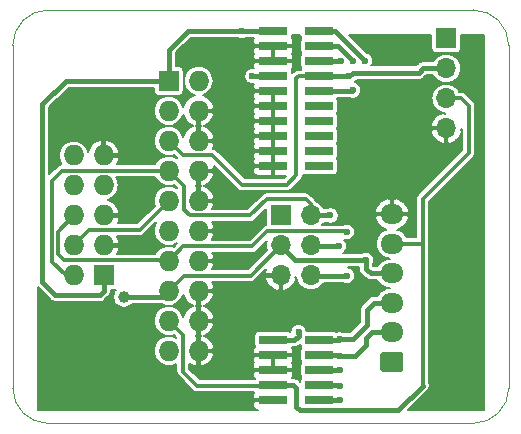
<source format=gbr>
G04 #@! TF.GenerationSoftware,KiCad,Pcbnew,5.1.4+dfsg1-1*
G04 #@! TF.CreationDate,2020-04-28T14:33:28+04:00*
G04 #@! TF.ProjectId,RailLink_Adapter,5261696c-4c69-46e6-9b5f-416461707465,rev?*
G04 #@! TF.SameCoordinates,Original*
G04 #@! TF.FileFunction,Copper,L1,Top*
G04 #@! TF.FilePolarity,Positive*
%FSLAX46Y46*%
G04 Gerber Fmt 4.6, Leading zero omitted, Abs format (unit mm)*
G04 Created by KiCad (PCBNEW 5.1.4+dfsg1-1) date 2020-04-28 14:33:28*
%MOMM*%
%LPD*%
G04 APERTURE LIST*
%ADD10C,0.050000*%
%ADD11O,1.700000X1.700000*%
%ADD12R,1.700000X1.700000*%
%ADD13O,1.950000X1.700000*%
%ADD14C,0.100000*%
%ADD15C,1.700000*%
%ADD16O,1.727200X1.727200*%
%ADD17R,1.727200X1.727200*%
%ADD18R,2.400000X0.740000*%
%ADD19C,0.600000*%
%ADD20C,1.000000*%
%ADD21C,0.200000*%
%ADD22C,0.400000*%
%ADD23C,0.300000*%
G04 APERTURE END LIST*
D10*
X110000000Y-58000000D02*
G75*
G02X113000000Y-55000000I3000000J0D01*
G01*
X113000000Y-90000000D02*
G75*
G02X110000000Y-87000000I0J3000000D01*
G01*
X152000000Y-87000000D02*
G75*
G02X149000000Y-90000000I-3000000J0D01*
G01*
X149000000Y-55000000D02*
G75*
G02X152000000Y-58000000I0J-3000000D01*
G01*
X110000000Y-87000000D02*
X110000000Y-58000000D01*
X149000000Y-90000000D02*
X113000000Y-90000000D01*
X152000000Y-58000000D02*
X152000000Y-87000000D01*
X113000000Y-55000000D02*
X149000000Y-55000000D01*
D11*
X135240000Y-77480000D03*
X132700000Y-77480000D03*
X135240000Y-74940000D03*
X132700000Y-74940000D03*
X135240000Y-72400000D03*
D12*
X132700000Y-72400000D03*
D13*
X142100000Y-72300000D03*
X142100000Y-74800000D03*
X142100000Y-77300000D03*
X142100000Y-79800000D03*
X142100000Y-82300000D03*
D14*
G36*
X142849504Y-83951204D02*
G01*
X142873773Y-83954804D01*
X142897571Y-83960765D01*
X142920671Y-83969030D01*
X142942849Y-83979520D01*
X142963893Y-83992133D01*
X142983598Y-84006747D01*
X143001777Y-84023223D01*
X143018253Y-84041402D01*
X143032867Y-84061107D01*
X143045480Y-84082151D01*
X143055970Y-84104329D01*
X143064235Y-84127429D01*
X143070196Y-84151227D01*
X143073796Y-84175496D01*
X143075000Y-84200000D01*
X143075000Y-85400000D01*
X143073796Y-85424504D01*
X143070196Y-85448773D01*
X143064235Y-85472571D01*
X143055970Y-85495671D01*
X143045480Y-85517849D01*
X143032867Y-85538893D01*
X143018253Y-85558598D01*
X143001777Y-85576777D01*
X142983598Y-85593253D01*
X142963893Y-85607867D01*
X142942849Y-85620480D01*
X142920671Y-85630970D01*
X142897571Y-85639235D01*
X142873773Y-85645196D01*
X142849504Y-85648796D01*
X142825000Y-85650000D01*
X141375000Y-85650000D01*
X141350496Y-85648796D01*
X141326227Y-85645196D01*
X141302429Y-85639235D01*
X141279329Y-85630970D01*
X141257151Y-85620480D01*
X141236107Y-85607867D01*
X141216402Y-85593253D01*
X141198223Y-85576777D01*
X141181747Y-85558598D01*
X141167133Y-85538893D01*
X141154520Y-85517849D01*
X141144030Y-85495671D01*
X141135765Y-85472571D01*
X141129804Y-85448773D01*
X141126204Y-85424504D01*
X141125000Y-85400000D01*
X141125000Y-84200000D01*
X141126204Y-84175496D01*
X141129804Y-84151227D01*
X141135765Y-84127429D01*
X141144030Y-84104329D01*
X141154520Y-84082151D01*
X141167133Y-84061107D01*
X141181747Y-84041402D01*
X141198223Y-84023223D01*
X141216402Y-84006747D01*
X141236107Y-83992133D01*
X141257151Y-83979520D01*
X141279329Y-83969030D01*
X141302429Y-83960765D01*
X141326227Y-83954804D01*
X141350496Y-83951204D01*
X141375000Y-83950000D01*
X142825000Y-83950000D01*
X142849504Y-83951204D01*
X142849504Y-83951204D01*
G37*
D15*
X142100000Y-84800000D03*
D11*
X146700000Y-65020000D03*
X146700000Y-62480000D03*
X146700000Y-59940000D03*
D12*
X146700000Y-57400000D03*
D16*
X125740000Y-83860000D03*
X123200000Y-83860000D03*
X125740000Y-81320000D03*
X123200000Y-81320000D03*
X125740000Y-78780000D03*
X123200000Y-78780000D03*
X125740000Y-76240000D03*
X123200000Y-76240000D03*
X125740000Y-73700000D03*
X123200000Y-73700000D03*
X125740000Y-71160000D03*
X123200000Y-71160000D03*
X125740000Y-68620000D03*
X123200000Y-68620000D03*
X125740000Y-66080000D03*
X123200000Y-66080000D03*
X125740000Y-63540000D03*
X123200000Y-63540000D03*
X125740000Y-61000000D03*
D17*
X123200000Y-61000000D03*
D18*
X135950000Y-68215000D03*
X132050000Y-68215000D03*
X135950000Y-66945000D03*
X132050000Y-66945000D03*
X135950000Y-65675000D03*
X132050000Y-65675000D03*
X135950000Y-64405000D03*
X132050000Y-64405000D03*
X135950000Y-63135000D03*
X132050000Y-63135000D03*
X135950000Y-61865000D03*
X132050000Y-61865000D03*
X135950000Y-60595000D03*
X132050000Y-60595000D03*
X135950000Y-59325000D03*
X132050000Y-59325000D03*
X135950000Y-58055000D03*
X132050000Y-58055000D03*
X135950000Y-56785000D03*
X132050000Y-56785000D03*
X135950000Y-88040000D03*
X132050000Y-88040000D03*
X135950000Y-86770000D03*
X132050000Y-86770000D03*
X135950000Y-85500000D03*
X132050000Y-85500000D03*
X135950000Y-84230000D03*
X132050000Y-84230000D03*
X135950000Y-82960000D03*
X132050000Y-82960000D03*
D16*
X115160000Y-67320000D03*
X117700000Y-67320000D03*
X115160000Y-69860000D03*
X117700000Y-69860000D03*
X115160000Y-72400000D03*
X117700000Y-72400000D03*
X115160000Y-74940000D03*
X117700000Y-74940000D03*
X115160000Y-77480000D03*
D17*
X117700000Y-77480000D03*
D19*
X137700000Y-88000000D03*
X138800000Y-61800000D03*
X139900000Y-76200000D03*
D20*
X119400000Y-79300000D03*
X113000000Y-88000000D03*
X113000000Y-81000000D03*
X126000000Y-88000000D03*
X130000000Y-88000000D03*
X142000000Y-66300000D03*
X142000000Y-61600000D03*
X142000000Y-59000000D03*
X129900000Y-68200000D03*
X129800000Y-65600000D03*
X129800000Y-63100000D03*
X125800000Y-57900000D03*
X114000000Y-65000000D03*
X115000000Y-62000000D03*
X120000000Y-62000000D03*
X129400000Y-76200000D03*
X129400000Y-73600000D03*
X129400000Y-71100000D03*
X129800000Y-84200000D03*
X145700000Y-83600000D03*
X147400000Y-70800000D03*
X119700000Y-72400000D03*
X147600000Y-81800000D03*
X134900000Y-80900000D03*
D19*
X137700000Y-86800000D03*
X138500000Y-60600000D03*
X130300000Y-60600000D03*
X137800000Y-59300000D03*
X137700000Y-85500000D03*
X138300000Y-77500000D03*
X138300000Y-73800000D03*
X137700000Y-84300000D03*
X137600000Y-75000000D03*
X138800000Y-59300000D03*
X137700000Y-82900000D03*
X136900000Y-72400000D03*
X139800000Y-59300000D03*
X129385000Y-56785000D03*
X134200000Y-82300000D03*
D21*
X137660000Y-88040000D02*
X137700000Y-88000000D01*
D22*
X135990000Y-88000000D02*
X135950000Y-88040000D01*
X137700000Y-88000000D02*
X135990000Y-88000000D01*
X132700000Y-74940000D02*
X132700000Y-75000000D01*
X138735000Y-61865000D02*
X135950000Y-61865000D01*
X138800000Y-61800000D02*
X138735000Y-61865000D01*
X142100000Y-77300000D02*
X140300000Y-77300000D01*
X139900000Y-76900000D02*
X139900000Y-76200000D01*
X140300000Y-77300000D02*
X139900000Y-76900000D01*
D23*
X123200000Y-78780000D02*
X124480000Y-77500000D01*
X124480000Y-77500000D02*
X130140000Y-77500000D01*
D22*
X133900000Y-76200000D02*
X139900000Y-76200000D01*
X132700000Y-75000000D02*
X133900000Y-76200000D01*
D23*
X130140000Y-77500000D02*
X132700000Y-74940000D01*
D22*
X122680000Y-79300000D02*
X123200000Y-78780000D01*
X119400000Y-79300000D02*
X122680000Y-79300000D01*
X137670000Y-86770000D02*
X137700000Y-86800000D01*
X135950000Y-86770000D02*
X137670000Y-86770000D01*
X138500000Y-60600000D02*
X135955000Y-60600000D01*
X135955000Y-60600000D02*
X135950000Y-60595000D01*
D21*
X137800000Y-60600000D02*
X137795000Y-60595000D01*
X138500000Y-60600000D02*
X137800000Y-60600000D01*
D23*
X135950000Y-60595000D02*
X134205000Y-60595000D01*
X134205000Y-60595000D02*
X134000000Y-60800000D01*
X134000000Y-60800000D02*
X134000000Y-69000000D01*
X134000000Y-69000000D02*
X133200000Y-69800000D01*
X133200000Y-69800000D02*
X129400000Y-69800000D01*
X129400000Y-69800000D02*
X126900000Y-67300000D01*
X124420000Y-67300000D02*
X123200000Y-66080000D01*
X126900000Y-67300000D02*
X124420000Y-67300000D01*
D22*
X144400000Y-60300000D02*
X144760000Y-59940000D01*
X144760000Y-59940000D02*
X146700000Y-59940000D01*
X138500000Y-60600000D02*
X138800000Y-60300000D01*
X138800000Y-60300000D02*
X144400000Y-60300000D01*
X130305000Y-60595000D02*
X130300000Y-60600000D01*
X132050000Y-60595000D02*
X130305000Y-60595000D01*
X132050000Y-86770000D02*
X133770000Y-86770000D01*
X133770000Y-86770000D02*
X134000000Y-87000000D01*
X134000000Y-87000000D02*
X134000000Y-88600000D01*
X134000000Y-88600000D02*
X134300000Y-88900000D01*
X134300000Y-88900000D02*
X142600000Y-88900000D01*
X142600000Y-88900000D02*
X144700000Y-86800000D01*
D23*
X144700000Y-71000000D02*
X148600000Y-67100000D01*
X148600000Y-67100000D02*
X148600000Y-63100000D01*
X147980000Y-62480000D02*
X146700000Y-62480000D01*
X148600000Y-63100000D02*
X147980000Y-62480000D01*
X142100000Y-74800000D02*
X144600000Y-74800000D01*
X144700000Y-86800000D02*
X144700000Y-74900000D01*
X144600000Y-74800000D02*
X144700000Y-74900000D01*
X144700000Y-74900000D02*
X144700000Y-71000000D01*
X124413601Y-85613601D02*
X125600000Y-86800000D01*
X123200000Y-81320000D02*
X124413601Y-82533601D01*
X124413601Y-82533601D02*
X124413601Y-85613601D01*
X132020000Y-86800000D02*
X132050000Y-86770000D01*
X125600000Y-86800000D02*
X132020000Y-86800000D01*
X123200000Y-76240000D02*
X123200000Y-76300000D01*
X123200000Y-76100000D02*
X123200000Y-76240000D01*
D22*
X137775000Y-59325000D02*
X137800000Y-59300000D01*
X135950000Y-59325000D02*
X137775000Y-59325000D01*
X135950000Y-85500000D02*
X137700000Y-85500000D01*
X135260000Y-77500000D02*
X135240000Y-77480000D01*
X138300000Y-77500000D02*
X135260000Y-77500000D01*
D23*
X115160000Y-72400000D02*
X113800000Y-73760000D01*
X113800000Y-73760000D02*
X113800000Y-75700000D01*
X113800000Y-75700000D02*
X114300000Y-76200000D01*
X123160000Y-76200000D02*
X123200000Y-76240000D01*
X114300000Y-76200000D02*
X123160000Y-76200000D01*
X123200000Y-76240000D02*
X124440000Y-75000000D01*
X124440000Y-75000000D02*
X130300000Y-75000000D01*
X130300000Y-75000000D02*
X131560001Y-73739999D01*
X131560001Y-73739999D02*
X138239999Y-73739999D01*
X138239999Y-73739999D02*
X138300000Y-73800000D01*
X115160000Y-74940000D02*
X115160000Y-75060000D01*
X123200000Y-71160000D02*
X123260000Y-71160000D01*
X142100000Y-82300000D02*
X141900000Y-82300000D01*
D22*
X137630000Y-84230000D02*
X137700000Y-84300000D01*
X135950000Y-84230000D02*
X137630000Y-84230000D01*
X137700000Y-84300000D02*
X139000000Y-84300000D01*
X139000000Y-84300000D02*
X139900000Y-83400000D01*
X139900000Y-83400000D02*
X139900000Y-82800000D01*
X140400000Y-82300000D02*
X142100000Y-82300000D01*
X139900000Y-82800000D02*
X140400000Y-82300000D01*
X135300000Y-75000000D02*
X135240000Y-74940000D01*
X137600000Y-75000000D02*
X135300000Y-75000000D01*
X137555000Y-58055000D02*
X135950000Y-58055000D01*
X138800000Y-59300000D02*
X137555000Y-58055000D01*
D23*
X115160000Y-74940000D02*
X116486399Y-73613601D01*
X120746399Y-73613601D02*
X123200000Y-71160000D01*
X116486399Y-73613601D02*
X120746399Y-73613601D01*
X115160000Y-77480000D02*
X114980000Y-77480000D01*
X123200000Y-68620000D02*
X123220000Y-68620000D01*
D22*
X137640000Y-82960000D02*
X137700000Y-82900000D01*
X135950000Y-82960000D02*
X137640000Y-82960000D01*
X137700000Y-82900000D02*
X138800000Y-82900000D01*
X138800000Y-82900000D02*
X140000000Y-81700000D01*
X140000000Y-81700000D02*
X140000000Y-80400000D01*
X140600000Y-79800000D02*
X142100000Y-79800000D01*
X140000000Y-80400000D02*
X140600000Y-79800000D01*
X136900000Y-72400000D02*
X135240000Y-72400000D01*
X137285000Y-56785000D02*
X135950000Y-56785000D01*
X139800000Y-59300000D02*
X137285000Y-56785000D01*
D23*
X123200000Y-68620000D02*
X124500000Y-69920000D01*
X124500000Y-69920000D02*
X124500000Y-71900000D01*
X124500000Y-71900000D02*
X125000000Y-72400000D01*
X115160000Y-77480000D02*
X114480000Y-77480000D01*
X114480000Y-77480000D02*
X113300000Y-76300000D01*
X113300000Y-76300000D02*
X113300000Y-69500000D01*
X113300000Y-69500000D02*
X114200000Y-68600000D01*
X123180000Y-68600000D02*
X123200000Y-68620000D01*
X114200000Y-68600000D02*
X123180000Y-68600000D01*
X125000000Y-72400000D02*
X130100000Y-72400000D01*
X130100000Y-72400000D02*
X131500000Y-71000000D01*
X131500000Y-71000000D02*
X134800000Y-71000000D01*
X135240000Y-71440000D02*
X135240000Y-72400000D01*
X134800000Y-71000000D02*
X135240000Y-71440000D01*
X132035000Y-56800000D02*
X132050000Y-56785000D01*
D22*
X123200000Y-58400000D02*
X123200000Y-61000000D01*
X124815000Y-56785000D02*
X123200000Y-58400000D01*
X129385000Y-56785000D02*
X124815000Y-56785000D01*
X132050000Y-56785000D02*
X129385000Y-56785000D01*
X123200000Y-61000000D02*
X114500000Y-61000000D01*
X114500000Y-61000000D02*
X112500000Y-63000000D01*
X112500000Y-63000000D02*
X112500000Y-78000000D01*
X112500000Y-78000000D02*
X113600000Y-79100000D01*
X113600000Y-79100000D02*
X117400000Y-79100000D01*
X117700000Y-78800000D02*
X117700000Y-77480000D01*
X117400000Y-79100000D02*
X117700000Y-78800000D01*
X133840000Y-82960000D02*
X132050000Y-82960000D01*
X134200000Y-82600000D02*
X133840000Y-82960000D01*
X134200000Y-82300000D02*
X134200000Y-82600000D01*
D21*
G36*
X113154891Y-79503419D02*
G01*
X113173683Y-79526317D01*
X113265045Y-79601296D01*
X113369279Y-79657010D01*
X113482379Y-79691318D01*
X113600000Y-79702903D01*
X113629474Y-79700000D01*
X117370526Y-79700000D01*
X117400000Y-79702903D01*
X117429474Y-79700000D01*
X117517621Y-79691318D01*
X117630721Y-79657010D01*
X117734955Y-79601296D01*
X117826317Y-79526317D01*
X117845113Y-79503414D01*
X118103415Y-79245112D01*
X118126317Y-79226317D01*
X118201296Y-79134955D01*
X118257010Y-79030721D01*
X118291318Y-78917621D01*
X118300000Y-78829474D01*
X118300000Y-78829473D01*
X118302903Y-78800001D01*
X118300000Y-78770527D01*
X118300000Y-78745535D01*
X118563600Y-78745535D01*
X118642014Y-78737812D01*
X118710026Y-78717181D01*
X118700924Y-78726283D01*
X118602430Y-78873690D01*
X118534586Y-79037480D01*
X118500000Y-79211358D01*
X118500000Y-79388642D01*
X118534586Y-79562520D01*
X118602430Y-79726310D01*
X118700924Y-79873717D01*
X118826283Y-79999076D01*
X118973690Y-80097570D01*
X119137480Y-80165414D01*
X119311358Y-80200000D01*
X119488642Y-80200000D01*
X119662520Y-80165414D01*
X119826310Y-80097570D01*
X119973717Y-79999076D01*
X120072793Y-79900000D01*
X122614827Y-79900000D01*
X122714101Y-79953063D01*
X122952291Y-80025317D01*
X123137923Y-80043600D01*
X123262077Y-80043600D01*
X123447709Y-80025317D01*
X123685899Y-79953063D01*
X123905415Y-79835729D01*
X124097823Y-79677823D01*
X124255729Y-79485415D01*
X124373063Y-79265899D01*
X124419211Y-79113770D01*
X124463120Y-79258534D01*
X124581012Y-79498446D01*
X124743444Y-79710749D01*
X124944173Y-79887283D01*
X125175485Y-80021265D01*
X125259746Y-80050000D01*
X125175485Y-80078735D01*
X124944173Y-80212717D01*
X124743444Y-80389251D01*
X124581012Y-80601554D01*
X124463120Y-80841466D01*
X124419211Y-80986230D01*
X124373063Y-80834101D01*
X124255729Y-80614585D01*
X124097823Y-80422177D01*
X123905415Y-80264271D01*
X123685899Y-80146937D01*
X123447709Y-80074683D01*
X123262077Y-80056400D01*
X123137923Y-80056400D01*
X122952291Y-80074683D01*
X122714101Y-80146937D01*
X122494585Y-80264271D01*
X122302177Y-80422177D01*
X122144271Y-80614585D01*
X122026937Y-80834101D01*
X121954683Y-81072291D01*
X121930286Y-81320000D01*
X121954683Y-81567709D01*
X122026937Y-81805899D01*
X122144271Y-82025415D01*
X122302177Y-82217823D01*
X122494585Y-82375729D01*
X122714101Y-82493063D01*
X122952291Y-82565317D01*
X123137923Y-82583600D01*
X123262077Y-82583600D01*
X123447709Y-82565317D01*
X123616344Y-82514162D01*
X123863601Y-82761419D01*
X123863601Y-82781921D01*
X123685899Y-82686937D01*
X123447709Y-82614683D01*
X123262077Y-82596400D01*
X123137923Y-82596400D01*
X122952291Y-82614683D01*
X122714101Y-82686937D01*
X122494585Y-82804271D01*
X122302177Y-82962177D01*
X122144271Y-83154585D01*
X122026937Y-83374101D01*
X121954683Y-83612291D01*
X121930286Y-83860000D01*
X121954683Y-84107709D01*
X122026937Y-84345899D01*
X122144271Y-84565415D01*
X122302177Y-84757823D01*
X122494585Y-84915729D01*
X122714101Y-85033063D01*
X122952291Y-85105317D01*
X123137923Y-85123600D01*
X123262077Y-85123600D01*
X123447709Y-85105317D01*
X123685899Y-85033063D01*
X123863602Y-84938079D01*
X123863602Y-85586583D01*
X123860941Y-85613601D01*
X123863602Y-85640619D01*
X123871560Y-85721420D01*
X123903010Y-85825095D01*
X123954080Y-85920643D01*
X124005588Y-85983405D01*
X124005594Y-85983411D01*
X124022812Y-86004391D01*
X124043792Y-86021609D01*
X125191987Y-87169804D01*
X125209210Y-87190790D01*
X125230196Y-87208013D01*
X125275392Y-87245105D01*
X125292958Y-87259521D01*
X125388506Y-87310592D01*
X125492181Y-87342042D01*
X125572982Y-87350000D01*
X125572989Y-87350000D01*
X125600000Y-87352660D01*
X125627011Y-87350000D01*
X130465796Y-87350000D01*
X130432254Y-87390871D01*
X130385825Y-87477733D01*
X130357235Y-87571983D01*
X130347581Y-87670000D01*
X130350000Y-87815000D01*
X130475000Y-87940000D01*
X131950000Y-87940000D01*
X131950000Y-87920000D01*
X132150000Y-87920000D01*
X132150000Y-87940000D01*
X132170000Y-87940000D01*
X132170000Y-88140000D01*
X132150000Y-88140000D01*
X132150000Y-88160000D01*
X131950000Y-88160000D01*
X131950000Y-88140000D01*
X130475000Y-88140000D01*
X130350000Y-88265000D01*
X130347581Y-88410000D01*
X130357235Y-88508017D01*
X130385825Y-88602267D01*
X130432254Y-88689129D01*
X130494736Y-88765264D01*
X130570871Y-88827746D01*
X130657733Y-88874175D01*
X130742868Y-88900000D01*
X112100000Y-88900000D01*
X112100000Y-78448527D01*
X113154891Y-79503419D01*
X113154891Y-79503419D01*
G37*
X113154891Y-79503419D02*
X113173683Y-79526317D01*
X113265045Y-79601296D01*
X113369279Y-79657010D01*
X113482379Y-79691318D01*
X113600000Y-79702903D01*
X113629474Y-79700000D01*
X117370526Y-79700000D01*
X117400000Y-79702903D01*
X117429474Y-79700000D01*
X117517621Y-79691318D01*
X117630721Y-79657010D01*
X117734955Y-79601296D01*
X117826317Y-79526317D01*
X117845113Y-79503414D01*
X118103415Y-79245112D01*
X118126317Y-79226317D01*
X118201296Y-79134955D01*
X118257010Y-79030721D01*
X118291318Y-78917621D01*
X118300000Y-78829474D01*
X118300000Y-78829473D01*
X118302903Y-78800001D01*
X118300000Y-78770527D01*
X118300000Y-78745535D01*
X118563600Y-78745535D01*
X118642014Y-78737812D01*
X118710026Y-78717181D01*
X118700924Y-78726283D01*
X118602430Y-78873690D01*
X118534586Y-79037480D01*
X118500000Y-79211358D01*
X118500000Y-79388642D01*
X118534586Y-79562520D01*
X118602430Y-79726310D01*
X118700924Y-79873717D01*
X118826283Y-79999076D01*
X118973690Y-80097570D01*
X119137480Y-80165414D01*
X119311358Y-80200000D01*
X119488642Y-80200000D01*
X119662520Y-80165414D01*
X119826310Y-80097570D01*
X119973717Y-79999076D01*
X120072793Y-79900000D01*
X122614827Y-79900000D01*
X122714101Y-79953063D01*
X122952291Y-80025317D01*
X123137923Y-80043600D01*
X123262077Y-80043600D01*
X123447709Y-80025317D01*
X123685899Y-79953063D01*
X123905415Y-79835729D01*
X124097823Y-79677823D01*
X124255729Y-79485415D01*
X124373063Y-79265899D01*
X124419211Y-79113770D01*
X124463120Y-79258534D01*
X124581012Y-79498446D01*
X124743444Y-79710749D01*
X124944173Y-79887283D01*
X125175485Y-80021265D01*
X125259746Y-80050000D01*
X125175485Y-80078735D01*
X124944173Y-80212717D01*
X124743444Y-80389251D01*
X124581012Y-80601554D01*
X124463120Y-80841466D01*
X124419211Y-80986230D01*
X124373063Y-80834101D01*
X124255729Y-80614585D01*
X124097823Y-80422177D01*
X123905415Y-80264271D01*
X123685899Y-80146937D01*
X123447709Y-80074683D01*
X123262077Y-80056400D01*
X123137923Y-80056400D01*
X122952291Y-80074683D01*
X122714101Y-80146937D01*
X122494585Y-80264271D01*
X122302177Y-80422177D01*
X122144271Y-80614585D01*
X122026937Y-80834101D01*
X121954683Y-81072291D01*
X121930286Y-81320000D01*
X121954683Y-81567709D01*
X122026937Y-81805899D01*
X122144271Y-82025415D01*
X122302177Y-82217823D01*
X122494585Y-82375729D01*
X122714101Y-82493063D01*
X122952291Y-82565317D01*
X123137923Y-82583600D01*
X123262077Y-82583600D01*
X123447709Y-82565317D01*
X123616344Y-82514162D01*
X123863601Y-82761419D01*
X123863601Y-82781921D01*
X123685899Y-82686937D01*
X123447709Y-82614683D01*
X123262077Y-82596400D01*
X123137923Y-82596400D01*
X122952291Y-82614683D01*
X122714101Y-82686937D01*
X122494585Y-82804271D01*
X122302177Y-82962177D01*
X122144271Y-83154585D01*
X122026937Y-83374101D01*
X121954683Y-83612291D01*
X121930286Y-83860000D01*
X121954683Y-84107709D01*
X122026937Y-84345899D01*
X122144271Y-84565415D01*
X122302177Y-84757823D01*
X122494585Y-84915729D01*
X122714101Y-85033063D01*
X122952291Y-85105317D01*
X123137923Y-85123600D01*
X123262077Y-85123600D01*
X123447709Y-85105317D01*
X123685899Y-85033063D01*
X123863602Y-84938079D01*
X123863602Y-85586583D01*
X123860941Y-85613601D01*
X123863602Y-85640619D01*
X123871560Y-85721420D01*
X123903010Y-85825095D01*
X123954080Y-85920643D01*
X124005588Y-85983405D01*
X124005594Y-85983411D01*
X124022812Y-86004391D01*
X124043792Y-86021609D01*
X125191987Y-87169804D01*
X125209210Y-87190790D01*
X125230196Y-87208013D01*
X125275392Y-87245105D01*
X125292958Y-87259521D01*
X125388506Y-87310592D01*
X125492181Y-87342042D01*
X125572982Y-87350000D01*
X125572989Y-87350000D01*
X125600000Y-87352660D01*
X125627011Y-87350000D01*
X130465796Y-87350000D01*
X130432254Y-87390871D01*
X130385825Y-87477733D01*
X130357235Y-87571983D01*
X130347581Y-87670000D01*
X130350000Y-87815000D01*
X130475000Y-87940000D01*
X131950000Y-87940000D01*
X131950000Y-87920000D01*
X132150000Y-87920000D01*
X132150000Y-87940000D01*
X132170000Y-87940000D01*
X132170000Y-88140000D01*
X132150000Y-88140000D01*
X132150000Y-88160000D01*
X131950000Y-88160000D01*
X131950000Y-88140000D01*
X130475000Y-88140000D01*
X130350000Y-88265000D01*
X130347581Y-88410000D01*
X130357235Y-88508017D01*
X130385825Y-88602267D01*
X130432254Y-88689129D01*
X130494736Y-88765264D01*
X130570871Y-88827746D01*
X130657733Y-88874175D01*
X130742868Y-88900000D01*
X112100000Y-88900000D01*
X112100000Y-78448527D01*
X113154891Y-79503419D01*
G36*
X145448065Y-58250000D02*
G01*
X145455788Y-58328414D01*
X145478660Y-58403814D01*
X145515803Y-58473303D01*
X145565789Y-58534211D01*
X145626697Y-58584197D01*
X145696186Y-58621340D01*
X145771586Y-58644212D01*
X145850000Y-58651935D01*
X147550000Y-58651935D01*
X147628414Y-58644212D01*
X147703814Y-58621340D01*
X147773303Y-58584197D01*
X147834211Y-58534211D01*
X147884197Y-58473303D01*
X147921340Y-58403814D01*
X147944212Y-58328414D01*
X147951935Y-58250000D01*
X147951935Y-57100000D01*
X149900000Y-57100000D01*
X149900000Y-88900000D01*
X143448527Y-88900000D01*
X145145104Y-87203424D01*
X145201295Y-87134955D01*
X145257009Y-87030722D01*
X145291318Y-86917622D01*
X145302902Y-86800001D01*
X145291318Y-86682380D01*
X145257009Y-86569280D01*
X145250000Y-86556167D01*
X145250000Y-74927007D01*
X145252660Y-74899999D01*
X145250000Y-74872991D01*
X145250000Y-71227817D01*
X148969810Y-67508008D01*
X148990790Y-67490790D01*
X149008008Y-67469810D01*
X149008013Y-67469805D01*
X149059521Y-67407042D01*
X149086589Y-67356400D01*
X149110592Y-67311494D01*
X149142042Y-67207819D01*
X149150000Y-67127018D01*
X149150000Y-67127008D01*
X149152660Y-67100000D01*
X149150000Y-67072992D01*
X149150000Y-63127007D01*
X149152660Y-63099999D01*
X149150000Y-63072991D01*
X149150000Y-63072982D01*
X149142042Y-62992181D01*
X149110592Y-62888506D01*
X149059521Y-62792958D01*
X149036576Y-62765000D01*
X149008013Y-62730195D01*
X149008008Y-62730190D01*
X148990790Y-62709210D01*
X148969809Y-62691992D01*
X148388013Y-62110195D01*
X148370790Y-62089210D01*
X148287042Y-62020479D01*
X148191494Y-61969408D01*
X148087819Y-61937958D01*
X148007018Y-61930000D01*
X148007008Y-61930000D01*
X147980000Y-61927340D01*
X147952992Y-61930000D01*
X147823379Y-61930000D01*
X147744366Y-61782177D01*
X147588160Y-61591840D01*
X147397823Y-61435634D01*
X147180669Y-61319563D01*
X146945043Y-61248087D01*
X146761405Y-61230000D01*
X146638595Y-61230000D01*
X146454957Y-61248087D01*
X146219331Y-61319563D01*
X146002177Y-61435634D01*
X145811840Y-61591840D01*
X145655634Y-61782177D01*
X145539563Y-61999331D01*
X145468087Y-62234957D01*
X145443952Y-62480000D01*
X145468087Y-62725043D01*
X145539563Y-62960669D01*
X145655634Y-63177823D01*
X145811840Y-63368160D01*
X146002177Y-63524366D01*
X146219331Y-63640437D01*
X146454957Y-63711913D01*
X146599998Y-63726198D01*
X146599998Y-63798704D01*
X146390624Y-63705924D01*
X146140205Y-63791530D01*
X145911299Y-63924345D01*
X145712702Y-64099266D01*
X145552046Y-64309570D01*
X145435506Y-64547175D01*
X145385928Y-64710625D01*
X145479088Y-64920000D01*
X146600000Y-64920000D01*
X146600000Y-64900000D01*
X146800000Y-64900000D01*
X146800000Y-64920000D01*
X146820000Y-64920000D01*
X146820000Y-65120000D01*
X146800000Y-65120000D01*
X146800000Y-66241295D01*
X147009376Y-66334076D01*
X147259795Y-66248470D01*
X147488701Y-66115655D01*
X147687298Y-65940734D01*
X147847954Y-65730430D01*
X147964494Y-65492825D01*
X148014072Y-65329375D01*
X147920913Y-65120002D01*
X148050000Y-65120002D01*
X148050000Y-66872182D01*
X144330191Y-70591992D01*
X144309211Y-70609210D01*
X144291993Y-70630190D01*
X144291987Y-70630196D01*
X144240479Y-70692958D01*
X144205809Y-70757823D01*
X144189409Y-70788506D01*
X144169858Y-70852958D01*
X144157959Y-70892182D01*
X144147340Y-71000000D01*
X144150001Y-71027018D01*
X144150000Y-74250000D01*
X143348379Y-74250000D01*
X143269366Y-74102177D01*
X143113160Y-73911840D01*
X142922823Y-73755634D01*
X142705669Y-73639563D01*
X142572913Y-73599292D01*
X142669123Y-73576079D01*
X142909540Y-73464915D01*
X143123650Y-73308984D01*
X143303226Y-73114279D01*
X143441366Y-72888281D01*
X143532762Y-72639676D01*
X143539072Y-72609375D01*
X143445912Y-72400000D01*
X142200000Y-72400000D01*
X142200000Y-72420000D01*
X142000000Y-72420000D01*
X142000000Y-72400000D01*
X140754088Y-72400000D01*
X140660928Y-72609375D01*
X140667238Y-72639676D01*
X140758634Y-72888281D01*
X140896774Y-73114279D01*
X141076350Y-73308984D01*
X141290460Y-73464915D01*
X141530877Y-73576079D01*
X141627087Y-73599292D01*
X141494331Y-73639563D01*
X141277177Y-73755634D01*
X141086840Y-73911840D01*
X140930634Y-74102177D01*
X140814563Y-74319331D01*
X140743087Y-74554957D01*
X140718952Y-74800000D01*
X140743087Y-75045043D01*
X140814563Y-75280669D01*
X140930634Y-75497823D01*
X141086840Y-75688160D01*
X141277177Y-75844366D01*
X141494331Y-75960437D01*
X141729957Y-76031913D01*
X141913595Y-76050000D01*
X141729957Y-76068087D01*
X141494331Y-76139563D01*
X141277177Y-76255634D01*
X141086840Y-76411840D01*
X140930634Y-76602177D01*
X140878347Y-76700000D01*
X140548528Y-76700000D01*
X140500000Y-76651473D01*
X140500000Y-76562003D01*
X140520332Y-76531574D01*
X140573099Y-76404182D01*
X140600000Y-76268944D01*
X140600000Y-76131056D01*
X140573099Y-75995818D01*
X140520332Y-75868426D01*
X140443726Y-75753776D01*
X140346224Y-75656274D01*
X140231574Y-75579668D01*
X140104182Y-75526901D01*
X139968944Y-75500000D01*
X139831056Y-75500000D01*
X139695818Y-75526901D01*
X139568426Y-75579668D01*
X139537997Y-75600000D01*
X137962003Y-75600000D01*
X138046224Y-75543726D01*
X138143726Y-75446224D01*
X138220332Y-75331574D01*
X138273099Y-75204182D01*
X138300000Y-75068944D01*
X138300000Y-74931056D01*
X138273099Y-74795818D01*
X138220332Y-74668426D01*
X138143726Y-74553776D01*
X138046224Y-74456274D01*
X138031587Y-74446494D01*
X138095818Y-74473099D01*
X138231056Y-74500000D01*
X138368944Y-74500000D01*
X138504182Y-74473099D01*
X138631574Y-74420332D01*
X138746224Y-74343726D01*
X138843726Y-74246224D01*
X138920332Y-74131574D01*
X138973099Y-74004182D01*
X139000000Y-73868944D01*
X139000000Y-73731056D01*
X138973099Y-73595818D01*
X138920332Y-73468426D01*
X138843726Y-73353776D01*
X138746224Y-73256274D01*
X138631574Y-73179668D01*
X138504182Y-73126901D01*
X138368944Y-73100000D01*
X138231056Y-73100000D01*
X138095818Y-73126901D01*
X137968426Y-73179668D01*
X137952964Y-73189999D01*
X136208719Y-73189999D01*
X136284366Y-73097823D01*
X136336653Y-73000000D01*
X136537997Y-73000000D01*
X136568426Y-73020332D01*
X136695818Y-73073099D01*
X136831056Y-73100000D01*
X136968944Y-73100000D01*
X137104182Y-73073099D01*
X137231574Y-73020332D01*
X137346224Y-72943726D01*
X137443726Y-72846224D01*
X137520332Y-72731574D01*
X137573099Y-72604182D01*
X137600000Y-72468944D01*
X137600000Y-72331056D01*
X137573099Y-72195818D01*
X137520332Y-72068426D01*
X137468348Y-71990625D01*
X140660928Y-71990625D01*
X140754088Y-72200000D01*
X142000000Y-72200000D01*
X142000000Y-71074075D01*
X142200000Y-71074075D01*
X142200000Y-72200000D01*
X143445912Y-72200000D01*
X143539072Y-71990625D01*
X143532762Y-71960324D01*
X143441366Y-71711719D01*
X143303226Y-71485721D01*
X143123650Y-71291016D01*
X142909540Y-71135085D01*
X142669123Y-71023921D01*
X142411639Y-70961796D01*
X142200000Y-71074075D01*
X142000000Y-71074075D01*
X141788361Y-70961796D01*
X141530877Y-71023921D01*
X141290460Y-71135085D01*
X141076350Y-71291016D01*
X140896774Y-71485721D01*
X140758634Y-71711719D01*
X140667238Y-71960324D01*
X140660928Y-71990625D01*
X137468348Y-71990625D01*
X137443726Y-71953776D01*
X137346224Y-71856274D01*
X137231574Y-71779668D01*
X137104182Y-71726901D01*
X136968944Y-71700000D01*
X136831056Y-71700000D01*
X136695818Y-71726901D01*
X136568426Y-71779668D01*
X136537997Y-71800000D01*
X136336653Y-71800000D01*
X136284366Y-71702177D01*
X136128160Y-71511840D01*
X135937823Y-71355634D01*
X135760386Y-71260792D01*
X135750592Y-71228506D01*
X135700658Y-71135085D01*
X135699521Y-71132957D01*
X135648013Y-71070195D01*
X135648008Y-71070190D01*
X135630790Y-71049210D01*
X135609809Y-71031991D01*
X135208012Y-70630195D01*
X135190790Y-70609210D01*
X135107042Y-70540479D01*
X135011494Y-70489408D01*
X134907819Y-70457958D01*
X134827018Y-70450000D01*
X134827008Y-70450000D01*
X134800000Y-70447340D01*
X134772992Y-70450000D01*
X131527008Y-70450000D01*
X131500000Y-70447340D01*
X131472992Y-70450000D01*
X131472982Y-70450000D01*
X131392181Y-70457958D01*
X131288506Y-70489408D01*
X131244028Y-70513182D01*
X131192957Y-70540479D01*
X131130195Y-70591987D01*
X131130190Y-70591992D01*
X131109210Y-70609210D01*
X131091992Y-70630190D01*
X129872183Y-71850000D01*
X126912966Y-71850000D01*
X127016880Y-71638534D01*
X127067542Y-71471508D01*
X126974557Y-71260000D01*
X125840000Y-71260000D01*
X125840000Y-71280000D01*
X125640000Y-71280000D01*
X125640000Y-71260000D01*
X125620000Y-71260000D01*
X125620000Y-71060000D01*
X125640000Y-71060000D01*
X125640000Y-69925068D01*
X125559913Y-69890000D01*
X125640000Y-69854932D01*
X125640000Y-68720000D01*
X125840000Y-68720000D01*
X125840000Y-69854932D01*
X125920087Y-69890000D01*
X125840000Y-69925068D01*
X125840000Y-71060000D01*
X126974557Y-71060000D01*
X127067542Y-70848492D01*
X127016880Y-70681466D01*
X126898988Y-70441554D01*
X126736556Y-70229251D01*
X126535827Y-70052717D01*
X126304515Y-69918735D01*
X126220254Y-69890000D01*
X126304515Y-69861265D01*
X126535827Y-69727283D01*
X126736556Y-69550749D01*
X126898988Y-69338446D01*
X127016880Y-69098534D01*
X127067542Y-68931508D01*
X126974557Y-68720000D01*
X125840000Y-68720000D01*
X125640000Y-68720000D01*
X125620000Y-68720000D01*
X125620000Y-68520000D01*
X125640000Y-68520000D01*
X125640000Y-68500000D01*
X125840000Y-68500000D01*
X125840000Y-68520000D01*
X126974557Y-68520000D01*
X127067542Y-68308492D01*
X127040056Y-68217873D01*
X128991992Y-70169810D01*
X129009210Y-70190790D01*
X129030190Y-70208008D01*
X129030195Y-70208013D01*
X129056074Y-70229251D01*
X129092958Y-70259521D01*
X129188506Y-70310592D01*
X129292181Y-70342042D01*
X129372982Y-70350000D01*
X129372992Y-70350000D01*
X129400000Y-70352660D01*
X129427008Y-70350000D01*
X133172992Y-70350000D01*
X133200000Y-70352660D01*
X133227008Y-70350000D01*
X133227018Y-70350000D01*
X133307819Y-70342042D01*
X133411494Y-70310592D01*
X133507042Y-70259521D01*
X133590790Y-70190790D01*
X133608013Y-70169804D01*
X134369810Y-69408008D01*
X134390790Y-69390790D01*
X134408008Y-69369810D01*
X134408013Y-69369805D01*
X134459521Y-69307042D01*
X134510592Y-69211495D01*
X134542042Y-69107819D01*
X134545002Y-69077765D01*
X134550000Y-69027018D01*
X134550000Y-69027011D01*
X134552660Y-69000000D01*
X134550000Y-68972989D01*
X134550000Y-68931653D01*
X134596186Y-68956340D01*
X134671586Y-68979212D01*
X134750000Y-68986935D01*
X137150000Y-68986935D01*
X137228414Y-68979212D01*
X137303814Y-68956340D01*
X137373303Y-68919197D01*
X137434211Y-68869211D01*
X137484197Y-68808303D01*
X137521340Y-68738814D01*
X137544212Y-68663414D01*
X137551935Y-68585000D01*
X137551935Y-67845000D01*
X137544212Y-67766586D01*
X137521340Y-67691186D01*
X137484197Y-67621697D01*
X137449977Y-67580000D01*
X137484197Y-67538303D01*
X137521340Y-67468814D01*
X137544212Y-67393414D01*
X137551935Y-67315000D01*
X137551935Y-66575000D01*
X137544212Y-66496586D01*
X137521340Y-66421186D01*
X137484197Y-66351697D01*
X137449977Y-66310000D01*
X137484197Y-66268303D01*
X137521340Y-66198814D01*
X137544212Y-66123414D01*
X137551935Y-66045000D01*
X137551935Y-65329375D01*
X145385928Y-65329375D01*
X145435506Y-65492825D01*
X145552046Y-65730430D01*
X145712702Y-65940734D01*
X145911299Y-66115655D01*
X146140205Y-66248470D01*
X146390624Y-66334076D01*
X146600000Y-66241295D01*
X146600000Y-65120000D01*
X145479088Y-65120000D01*
X145385928Y-65329375D01*
X137551935Y-65329375D01*
X137551935Y-65305000D01*
X137544212Y-65226586D01*
X137521340Y-65151186D01*
X137484197Y-65081697D01*
X137449977Y-65040000D01*
X137484197Y-64998303D01*
X137521340Y-64928814D01*
X137544212Y-64853414D01*
X137551935Y-64775000D01*
X137551935Y-64035000D01*
X137544212Y-63956586D01*
X137521340Y-63881186D01*
X137484197Y-63811697D01*
X137449977Y-63770000D01*
X137484197Y-63728303D01*
X137521340Y-63658814D01*
X137544212Y-63583414D01*
X137551935Y-63505000D01*
X137551935Y-62765000D01*
X137544212Y-62686586D01*
X137521340Y-62611186D01*
X137484197Y-62541697D01*
X137449977Y-62500000D01*
X137478701Y-62465000D01*
X138576265Y-62465000D01*
X138595818Y-62473099D01*
X138731056Y-62500000D01*
X138868944Y-62500000D01*
X139004182Y-62473099D01*
X139131574Y-62420332D01*
X139246224Y-62343726D01*
X139343726Y-62246224D01*
X139420332Y-62131574D01*
X139473099Y-62004182D01*
X139500000Y-61868944D01*
X139500000Y-61731056D01*
X139473099Y-61595818D01*
X139420332Y-61468426D01*
X139343726Y-61353776D01*
X139246224Y-61256274D01*
X139131574Y-61179668D01*
X139004182Y-61126901D01*
X138969874Y-61120076D01*
X139043726Y-61046224D01*
X139120332Y-60931574D01*
X139133410Y-60900000D01*
X144370526Y-60900000D01*
X144400000Y-60902903D01*
X144429474Y-60900000D01*
X144517621Y-60891318D01*
X144630721Y-60857010D01*
X144734955Y-60801296D01*
X144826317Y-60726317D01*
X144845113Y-60703414D01*
X145008527Y-60540000D01*
X145603347Y-60540000D01*
X145655634Y-60637823D01*
X145811840Y-60828160D01*
X146002177Y-60984366D01*
X146219331Y-61100437D01*
X146454957Y-61171913D01*
X146638595Y-61190000D01*
X146761405Y-61190000D01*
X146945043Y-61171913D01*
X147180669Y-61100437D01*
X147397823Y-60984366D01*
X147588160Y-60828160D01*
X147744366Y-60637823D01*
X147860437Y-60420669D01*
X147931913Y-60185043D01*
X147956048Y-59940000D01*
X147931913Y-59694957D01*
X147860437Y-59459331D01*
X147744366Y-59242177D01*
X147588160Y-59051840D01*
X147397823Y-58895634D01*
X147180669Y-58779563D01*
X146945043Y-58708087D01*
X146761405Y-58690000D01*
X146638595Y-58690000D01*
X146454957Y-58708087D01*
X146219331Y-58779563D01*
X146002177Y-58895634D01*
X145811840Y-59051840D01*
X145655634Y-59242177D01*
X145603347Y-59340000D01*
X144789474Y-59340000D01*
X144760000Y-59337097D01*
X144642379Y-59348682D01*
X144529278Y-59382990D01*
X144492971Y-59402397D01*
X144425045Y-59438704D01*
X144333683Y-59513683D01*
X144314887Y-59536586D01*
X144151473Y-59700000D01*
X140374612Y-59700000D01*
X140420332Y-59631574D01*
X140473099Y-59504182D01*
X140500000Y-59368944D01*
X140500000Y-59231056D01*
X140473099Y-59095818D01*
X140420332Y-58968426D01*
X140343726Y-58853776D01*
X140246224Y-58756274D01*
X140131574Y-58679668D01*
X140004182Y-58626901D01*
X139968289Y-58619761D01*
X138448527Y-57100000D01*
X145448065Y-57100000D01*
X145448065Y-58250000D01*
X145448065Y-58250000D01*
G37*
X145448065Y-58250000D02*
X145455788Y-58328414D01*
X145478660Y-58403814D01*
X145515803Y-58473303D01*
X145565789Y-58534211D01*
X145626697Y-58584197D01*
X145696186Y-58621340D01*
X145771586Y-58644212D01*
X145850000Y-58651935D01*
X147550000Y-58651935D01*
X147628414Y-58644212D01*
X147703814Y-58621340D01*
X147773303Y-58584197D01*
X147834211Y-58534211D01*
X147884197Y-58473303D01*
X147921340Y-58403814D01*
X147944212Y-58328414D01*
X147951935Y-58250000D01*
X147951935Y-57100000D01*
X149900000Y-57100000D01*
X149900000Y-88900000D01*
X143448527Y-88900000D01*
X145145104Y-87203424D01*
X145201295Y-87134955D01*
X145257009Y-87030722D01*
X145291318Y-86917622D01*
X145302902Y-86800001D01*
X145291318Y-86682380D01*
X145257009Y-86569280D01*
X145250000Y-86556167D01*
X145250000Y-74927007D01*
X145252660Y-74899999D01*
X145250000Y-74872991D01*
X145250000Y-71227817D01*
X148969810Y-67508008D01*
X148990790Y-67490790D01*
X149008008Y-67469810D01*
X149008013Y-67469805D01*
X149059521Y-67407042D01*
X149086589Y-67356400D01*
X149110592Y-67311494D01*
X149142042Y-67207819D01*
X149150000Y-67127018D01*
X149150000Y-67127008D01*
X149152660Y-67100000D01*
X149150000Y-67072992D01*
X149150000Y-63127007D01*
X149152660Y-63099999D01*
X149150000Y-63072991D01*
X149150000Y-63072982D01*
X149142042Y-62992181D01*
X149110592Y-62888506D01*
X149059521Y-62792958D01*
X149036576Y-62765000D01*
X149008013Y-62730195D01*
X149008008Y-62730190D01*
X148990790Y-62709210D01*
X148969809Y-62691992D01*
X148388013Y-62110195D01*
X148370790Y-62089210D01*
X148287042Y-62020479D01*
X148191494Y-61969408D01*
X148087819Y-61937958D01*
X148007018Y-61930000D01*
X148007008Y-61930000D01*
X147980000Y-61927340D01*
X147952992Y-61930000D01*
X147823379Y-61930000D01*
X147744366Y-61782177D01*
X147588160Y-61591840D01*
X147397823Y-61435634D01*
X147180669Y-61319563D01*
X146945043Y-61248087D01*
X146761405Y-61230000D01*
X146638595Y-61230000D01*
X146454957Y-61248087D01*
X146219331Y-61319563D01*
X146002177Y-61435634D01*
X145811840Y-61591840D01*
X145655634Y-61782177D01*
X145539563Y-61999331D01*
X145468087Y-62234957D01*
X145443952Y-62480000D01*
X145468087Y-62725043D01*
X145539563Y-62960669D01*
X145655634Y-63177823D01*
X145811840Y-63368160D01*
X146002177Y-63524366D01*
X146219331Y-63640437D01*
X146454957Y-63711913D01*
X146599998Y-63726198D01*
X146599998Y-63798704D01*
X146390624Y-63705924D01*
X146140205Y-63791530D01*
X145911299Y-63924345D01*
X145712702Y-64099266D01*
X145552046Y-64309570D01*
X145435506Y-64547175D01*
X145385928Y-64710625D01*
X145479088Y-64920000D01*
X146600000Y-64920000D01*
X146600000Y-64900000D01*
X146800000Y-64900000D01*
X146800000Y-64920000D01*
X146820000Y-64920000D01*
X146820000Y-65120000D01*
X146800000Y-65120000D01*
X146800000Y-66241295D01*
X147009376Y-66334076D01*
X147259795Y-66248470D01*
X147488701Y-66115655D01*
X147687298Y-65940734D01*
X147847954Y-65730430D01*
X147964494Y-65492825D01*
X148014072Y-65329375D01*
X147920913Y-65120002D01*
X148050000Y-65120002D01*
X148050000Y-66872182D01*
X144330191Y-70591992D01*
X144309211Y-70609210D01*
X144291993Y-70630190D01*
X144291987Y-70630196D01*
X144240479Y-70692958D01*
X144205809Y-70757823D01*
X144189409Y-70788506D01*
X144169858Y-70852958D01*
X144157959Y-70892182D01*
X144147340Y-71000000D01*
X144150001Y-71027018D01*
X144150000Y-74250000D01*
X143348379Y-74250000D01*
X143269366Y-74102177D01*
X143113160Y-73911840D01*
X142922823Y-73755634D01*
X142705669Y-73639563D01*
X142572913Y-73599292D01*
X142669123Y-73576079D01*
X142909540Y-73464915D01*
X143123650Y-73308984D01*
X143303226Y-73114279D01*
X143441366Y-72888281D01*
X143532762Y-72639676D01*
X143539072Y-72609375D01*
X143445912Y-72400000D01*
X142200000Y-72400000D01*
X142200000Y-72420000D01*
X142000000Y-72420000D01*
X142000000Y-72400000D01*
X140754088Y-72400000D01*
X140660928Y-72609375D01*
X140667238Y-72639676D01*
X140758634Y-72888281D01*
X140896774Y-73114279D01*
X141076350Y-73308984D01*
X141290460Y-73464915D01*
X141530877Y-73576079D01*
X141627087Y-73599292D01*
X141494331Y-73639563D01*
X141277177Y-73755634D01*
X141086840Y-73911840D01*
X140930634Y-74102177D01*
X140814563Y-74319331D01*
X140743087Y-74554957D01*
X140718952Y-74800000D01*
X140743087Y-75045043D01*
X140814563Y-75280669D01*
X140930634Y-75497823D01*
X141086840Y-75688160D01*
X141277177Y-75844366D01*
X141494331Y-75960437D01*
X141729957Y-76031913D01*
X141913595Y-76050000D01*
X141729957Y-76068087D01*
X141494331Y-76139563D01*
X141277177Y-76255634D01*
X141086840Y-76411840D01*
X140930634Y-76602177D01*
X140878347Y-76700000D01*
X140548528Y-76700000D01*
X140500000Y-76651473D01*
X140500000Y-76562003D01*
X140520332Y-76531574D01*
X140573099Y-76404182D01*
X140600000Y-76268944D01*
X140600000Y-76131056D01*
X140573099Y-75995818D01*
X140520332Y-75868426D01*
X140443726Y-75753776D01*
X140346224Y-75656274D01*
X140231574Y-75579668D01*
X140104182Y-75526901D01*
X139968944Y-75500000D01*
X139831056Y-75500000D01*
X139695818Y-75526901D01*
X139568426Y-75579668D01*
X139537997Y-75600000D01*
X137962003Y-75600000D01*
X138046224Y-75543726D01*
X138143726Y-75446224D01*
X138220332Y-75331574D01*
X138273099Y-75204182D01*
X138300000Y-75068944D01*
X138300000Y-74931056D01*
X138273099Y-74795818D01*
X138220332Y-74668426D01*
X138143726Y-74553776D01*
X138046224Y-74456274D01*
X138031587Y-74446494D01*
X138095818Y-74473099D01*
X138231056Y-74500000D01*
X138368944Y-74500000D01*
X138504182Y-74473099D01*
X138631574Y-74420332D01*
X138746224Y-74343726D01*
X138843726Y-74246224D01*
X138920332Y-74131574D01*
X138973099Y-74004182D01*
X139000000Y-73868944D01*
X139000000Y-73731056D01*
X138973099Y-73595818D01*
X138920332Y-73468426D01*
X138843726Y-73353776D01*
X138746224Y-73256274D01*
X138631574Y-73179668D01*
X138504182Y-73126901D01*
X138368944Y-73100000D01*
X138231056Y-73100000D01*
X138095818Y-73126901D01*
X137968426Y-73179668D01*
X137952964Y-73189999D01*
X136208719Y-73189999D01*
X136284366Y-73097823D01*
X136336653Y-73000000D01*
X136537997Y-73000000D01*
X136568426Y-73020332D01*
X136695818Y-73073099D01*
X136831056Y-73100000D01*
X136968944Y-73100000D01*
X137104182Y-73073099D01*
X137231574Y-73020332D01*
X137346224Y-72943726D01*
X137443726Y-72846224D01*
X137520332Y-72731574D01*
X137573099Y-72604182D01*
X137600000Y-72468944D01*
X137600000Y-72331056D01*
X137573099Y-72195818D01*
X137520332Y-72068426D01*
X137468348Y-71990625D01*
X140660928Y-71990625D01*
X140754088Y-72200000D01*
X142000000Y-72200000D01*
X142000000Y-71074075D01*
X142200000Y-71074075D01*
X142200000Y-72200000D01*
X143445912Y-72200000D01*
X143539072Y-71990625D01*
X143532762Y-71960324D01*
X143441366Y-71711719D01*
X143303226Y-71485721D01*
X143123650Y-71291016D01*
X142909540Y-71135085D01*
X142669123Y-71023921D01*
X142411639Y-70961796D01*
X142200000Y-71074075D01*
X142000000Y-71074075D01*
X141788361Y-70961796D01*
X141530877Y-71023921D01*
X141290460Y-71135085D01*
X141076350Y-71291016D01*
X140896774Y-71485721D01*
X140758634Y-71711719D01*
X140667238Y-71960324D01*
X140660928Y-71990625D01*
X137468348Y-71990625D01*
X137443726Y-71953776D01*
X137346224Y-71856274D01*
X137231574Y-71779668D01*
X137104182Y-71726901D01*
X136968944Y-71700000D01*
X136831056Y-71700000D01*
X136695818Y-71726901D01*
X136568426Y-71779668D01*
X136537997Y-71800000D01*
X136336653Y-71800000D01*
X136284366Y-71702177D01*
X136128160Y-71511840D01*
X135937823Y-71355634D01*
X135760386Y-71260792D01*
X135750592Y-71228506D01*
X135700658Y-71135085D01*
X135699521Y-71132957D01*
X135648013Y-71070195D01*
X135648008Y-71070190D01*
X135630790Y-71049210D01*
X135609809Y-71031991D01*
X135208012Y-70630195D01*
X135190790Y-70609210D01*
X135107042Y-70540479D01*
X135011494Y-70489408D01*
X134907819Y-70457958D01*
X134827018Y-70450000D01*
X134827008Y-70450000D01*
X134800000Y-70447340D01*
X134772992Y-70450000D01*
X131527008Y-70450000D01*
X131500000Y-70447340D01*
X131472992Y-70450000D01*
X131472982Y-70450000D01*
X131392181Y-70457958D01*
X131288506Y-70489408D01*
X131244028Y-70513182D01*
X131192957Y-70540479D01*
X131130195Y-70591987D01*
X131130190Y-70591992D01*
X131109210Y-70609210D01*
X131091992Y-70630190D01*
X129872183Y-71850000D01*
X126912966Y-71850000D01*
X127016880Y-71638534D01*
X127067542Y-71471508D01*
X126974557Y-71260000D01*
X125840000Y-71260000D01*
X125840000Y-71280000D01*
X125640000Y-71280000D01*
X125640000Y-71260000D01*
X125620000Y-71260000D01*
X125620000Y-71060000D01*
X125640000Y-71060000D01*
X125640000Y-69925068D01*
X125559913Y-69890000D01*
X125640000Y-69854932D01*
X125640000Y-68720000D01*
X125840000Y-68720000D01*
X125840000Y-69854932D01*
X125920087Y-69890000D01*
X125840000Y-69925068D01*
X125840000Y-71060000D01*
X126974557Y-71060000D01*
X127067542Y-70848492D01*
X127016880Y-70681466D01*
X126898988Y-70441554D01*
X126736556Y-70229251D01*
X126535827Y-70052717D01*
X126304515Y-69918735D01*
X126220254Y-69890000D01*
X126304515Y-69861265D01*
X126535827Y-69727283D01*
X126736556Y-69550749D01*
X126898988Y-69338446D01*
X127016880Y-69098534D01*
X127067542Y-68931508D01*
X126974557Y-68720000D01*
X125840000Y-68720000D01*
X125640000Y-68720000D01*
X125620000Y-68720000D01*
X125620000Y-68520000D01*
X125640000Y-68520000D01*
X125640000Y-68500000D01*
X125840000Y-68500000D01*
X125840000Y-68520000D01*
X126974557Y-68520000D01*
X127067542Y-68308492D01*
X127040056Y-68217873D01*
X128991992Y-70169810D01*
X129009210Y-70190790D01*
X129030190Y-70208008D01*
X129030195Y-70208013D01*
X129056074Y-70229251D01*
X129092958Y-70259521D01*
X129188506Y-70310592D01*
X129292181Y-70342042D01*
X129372982Y-70350000D01*
X129372992Y-70350000D01*
X129400000Y-70352660D01*
X129427008Y-70350000D01*
X133172992Y-70350000D01*
X133200000Y-70352660D01*
X133227008Y-70350000D01*
X133227018Y-70350000D01*
X133307819Y-70342042D01*
X133411494Y-70310592D01*
X133507042Y-70259521D01*
X133590790Y-70190790D01*
X133608013Y-70169804D01*
X134369810Y-69408008D01*
X134390790Y-69390790D01*
X134408008Y-69369810D01*
X134408013Y-69369805D01*
X134459521Y-69307042D01*
X134510592Y-69211495D01*
X134542042Y-69107819D01*
X134545002Y-69077765D01*
X134550000Y-69027018D01*
X134550000Y-69027011D01*
X134552660Y-69000000D01*
X134550000Y-68972989D01*
X134550000Y-68931653D01*
X134596186Y-68956340D01*
X134671586Y-68979212D01*
X134750000Y-68986935D01*
X137150000Y-68986935D01*
X137228414Y-68979212D01*
X137303814Y-68956340D01*
X137373303Y-68919197D01*
X137434211Y-68869211D01*
X137484197Y-68808303D01*
X137521340Y-68738814D01*
X137544212Y-68663414D01*
X137551935Y-68585000D01*
X137551935Y-67845000D01*
X137544212Y-67766586D01*
X137521340Y-67691186D01*
X137484197Y-67621697D01*
X137449977Y-67580000D01*
X137484197Y-67538303D01*
X137521340Y-67468814D01*
X137544212Y-67393414D01*
X137551935Y-67315000D01*
X137551935Y-66575000D01*
X137544212Y-66496586D01*
X137521340Y-66421186D01*
X137484197Y-66351697D01*
X137449977Y-66310000D01*
X137484197Y-66268303D01*
X137521340Y-66198814D01*
X137544212Y-66123414D01*
X137551935Y-66045000D01*
X137551935Y-65329375D01*
X145385928Y-65329375D01*
X145435506Y-65492825D01*
X145552046Y-65730430D01*
X145712702Y-65940734D01*
X145911299Y-66115655D01*
X146140205Y-66248470D01*
X146390624Y-66334076D01*
X146600000Y-66241295D01*
X146600000Y-65120000D01*
X145479088Y-65120000D01*
X145385928Y-65329375D01*
X137551935Y-65329375D01*
X137551935Y-65305000D01*
X137544212Y-65226586D01*
X137521340Y-65151186D01*
X137484197Y-65081697D01*
X137449977Y-65040000D01*
X137484197Y-64998303D01*
X137521340Y-64928814D01*
X137544212Y-64853414D01*
X137551935Y-64775000D01*
X137551935Y-64035000D01*
X137544212Y-63956586D01*
X137521340Y-63881186D01*
X137484197Y-63811697D01*
X137449977Y-63770000D01*
X137484197Y-63728303D01*
X137521340Y-63658814D01*
X137544212Y-63583414D01*
X137551935Y-63505000D01*
X137551935Y-62765000D01*
X137544212Y-62686586D01*
X137521340Y-62611186D01*
X137484197Y-62541697D01*
X137449977Y-62500000D01*
X137478701Y-62465000D01*
X138576265Y-62465000D01*
X138595818Y-62473099D01*
X138731056Y-62500000D01*
X138868944Y-62500000D01*
X139004182Y-62473099D01*
X139131574Y-62420332D01*
X139246224Y-62343726D01*
X139343726Y-62246224D01*
X139420332Y-62131574D01*
X139473099Y-62004182D01*
X139500000Y-61868944D01*
X139500000Y-61731056D01*
X139473099Y-61595818D01*
X139420332Y-61468426D01*
X139343726Y-61353776D01*
X139246224Y-61256274D01*
X139131574Y-61179668D01*
X139004182Y-61126901D01*
X138969874Y-61120076D01*
X139043726Y-61046224D01*
X139120332Y-60931574D01*
X139133410Y-60900000D01*
X144370526Y-60900000D01*
X144400000Y-60902903D01*
X144429474Y-60900000D01*
X144517621Y-60891318D01*
X144630721Y-60857010D01*
X144734955Y-60801296D01*
X144826317Y-60726317D01*
X144845113Y-60703414D01*
X145008527Y-60540000D01*
X145603347Y-60540000D01*
X145655634Y-60637823D01*
X145811840Y-60828160D01*
X146002177Y-60984366D01*
X146219331Y-61100437D01*
X146454957Y-61171913D01*
X146638595Y-61190000D01*
X146761405Y-61190000D01*
X146945043Y-61171913D01*
X147180669Y-61100437D01*
X147397823Y-60984366D01*
X147588160Y-60828160D01*
X147744366Y-60637823D01*
X147860437Y-60420669D01*
X147931913Y-60185043D01*
X147956048Y-59940000D01*
X147931913Y-59694957D01*
X147860437Y-59459331D01*
X147744366Y-59242177D01*
X147588160Y-59051840D01*
X147397823Y-58895634D01*
X147180669Y-58779563D01*
X146945043Y-58708087D01*
X146761405Y-58690000D01*
X146638595Y-58690000D01*
X146454957Y-58708087D01*
X146219331Y-58779563D01*
X146002177Y-58895634D01*
X145811840Y-59051840D01*
X145655634Y-59242177D01*
X145603347Y-59340000D01*
X144789474Y-59340000D01*
X144760000Y-59337097D01*
X144642379Y-59348682D01*
X144529278Y-59382990D01*
X144492971Y-59402397D01*
X144425045Y-59438704D01*
X144333683Y-59513683D01*
X144314887Y-59536586D01*
X144151473Y-59700000D01*
X140374612Y-59700000D01*
X140420332Y-59631574D01*
X140473099Y-59504182D01*
X140500000Y-59368944D01*
X140500000Y-59231056D01*
X140473099Y-59095818D01*
X140420332Y-58968426D01*
X140343726Y-58853776D01*
X140246224Y-58756274D01*
X140131574Y-58679668D01*
X140004182Y-58626901D01*
X139968289Y-58619761D01*
X138448527Y-57100000D01*
X145448065Y-57100000D01*
X145448065Y-58250000D01*
G36*
X139300000Y-76870526D02*
G01*
X139297097Y-76900000D01*
X139306819Y-76998704D01*
X139308682Y-77017620D01*
X139342990Y-77130720D01*
X139398704Y-77234954D01*
X139473683Y-77326317D01*
X139496586Y-77345113D01*
X139854891Y-77703419D01*
X139873683Y-77726317D01*
X139965045Y-77801296D01*
X140069279Y-77857010D01*
X140148070Y-77880911D01*
X140182378Y-77891318D01*
X140193640Y-77892427D01*
X140270526Y-77900000D01*
X140270533Y-77900000D01*
X140299999Y-77902902D01*
X140329465Y-77900000D01*
X140878347Y-77900000D01*
X140930634Y-77997823D01*
X141086840Y-78188160D01*
X141277177Y-78344366D01*
X141494331Y-78460437D01*
X141729957Y-78531913D01*
X141913595Y-78550000D01*
X141729957Y-78568087D01*
X141494331Y-78639563D01*
X141277177Y-78755634D01*
X141086840Y-78911840D01*
X140930634Y-79102177D01*
X140878347Y-79200000D01*
X140629473Y-79200000D01*
X140599999Y-79197097D01*
X140535783Y-79203422D01*
X140482379Y-79208682D01*
X140369279Y-79242990D01*
X140265045Y-79298704D01*
X140173683Y-79373683D01*
X140154891Y-79396581D01*
X139596581Y-79954892D01*
X139573684Y-79973683D01*
X139498705Y-80065045D01*
X139454933Y-80146937D01*
X139442991Y-80169279D01*
X139408682Y-80282380D01*
X139397097Y-80400000D01*
X139400001Y-80429483D01*
X139400000Y-81451472D01*
X138551473Y-82300000D01*
X138062003Y-82300000D01*
X138031574Y-82279668D01*
X137904182Y-82226901D01*
X137768944Y-82200000D01*
X137631056Y-82200000D01*
X137495818Y-82226901D01*
X137390993Y-82270321D01*
X137373303Y-82255803D01*
X137303814Y-82218660D01*
X137228414Y-82195788D01*
X137150000Y-82188065D01*
X134891448Y-82188065D01*
X134873099Y-82095818D01*
X134820332Y-81968426D01*
X134743726Y-81853776D01*
X134646224Y-81756274D01*
X134531574Y-81679668D01*
X134404182Y-81626901D01*
X134268944Y-81600000D01*
X134131056Y-81600000D01*
X133995818Y-81626901D01*
X133868426Y-81679668D01*
X133753776Y-81756274D01*
X133656274Y-81853776D01*
X133579668Y-81968426D01*
X133526901Y-82095818D01*
X133500000Y-82231056D01*
X133500000Y-82277713D01*
X133473303Y-82255803D01*
X133403814Y-82218660D01*
X133328414Y-82195788D01*
X133250000Y-82188065D01*
X130850000Y-82188065D01*
X130771586Y-82195788D01*
X130696186Y-82218660D01*
X130626697Y-82255803D01*
X130565789Y-82305789D01*
X130515803Y-82366697D01*
X130478660Y-82436186D01*
X130455788Y-82511586D01*
X130448065Y-82590000D01*
X130448065Y-83330000D01*
X130455788Y-83408414D01*
X130478660Y-83483814D01*
X130491773Y-83508346D01*
X130432254Y-83580871D01*
X130385825Y-83667733D01*
X130357235Y-83761983D01*
X130347581Y-83860000D01*
X130350000Y-84005000D01*
X130475000Y-84130000D01*
X131950000Y-84130000D01*
X131950000Y-84110000D01*
X132150000Y-84110000D01*
X132150000Y-84130000D01*
X133625000Y-84130000D01*
X133750000Y-84005000D01*
X133752419Y-83860000D01*
X133742765Y-83761983D01*
X133714175Y-83667733D01*
X133667746Y-83580871D01*
X133650618Y-83560000D01*
X133810526Y-83560000D01*
X133840000Y-83562903D01*
X133869474Y-83560000D01*
X133957621Y-83551318D01*
X134070721Y-83517010D01*
X134174955Y-83461296D01*
X134266317Y-83386317D01*
X134285113Y-83363414D01*
X134348065Y-83300462D01*
X134348065Y-83330000D01*
X134355788Y-83408414D01*
X134378660Y-83483814D01*
X134415803Y-83553303D01*
X134450023Y-83595000D01*
X134415803Y-83636697D01*
X134378660Y-83706186D01*
X134355788Y-83781586D01*
X134348065Y-83860000D01*
X134348065Y-84600000D01*
X134355788Y-84678414D01*
X134378660Y-84753814D01*
X134415803Y-84823303D01*
X134450023Y-84865000D01*
X134415803Y-84906697D01*
X134378660Y-84976186D01*
X134355788Y-85051586D01*
X134348065Y-85130000D01*
X134348065Y-85870000D01*
X134355788Y-85948414D01*
X134378660Y-86023814D01*
X134415803Y-86093303D01*
X134450023Y-86135000D01*
X134415803Y-86176697D01*
X134378660Y-86246186D01*
X134355788Y-86321586D01*
X134348065Y-86400000D01*
X134348065Y-86499538D01*
X134215113Y-86366586D01*
X134196317Y-86343683D01*
X134104955Y-86268704D01*
X134000721Y-86212990D01*
X133887621Y-86178682D01*
X133799474Y-86170000D01*
X133770000Y-86167097D01*
X133740526Y-86170000D01*
X133650618Y-86170000D01*
X133667746Y-86149129D01*
X133714175Y-86062267D01*
X133742765Y-85968017D01*
X133752419Y-85870000D01*
X133750000Y-85725000D01*
X133625000Y-85600000D01*
X132150000Y-85600000D01*
X132150000Y-85620000D01*
X131950000Y-85620000D01*
X131950000Y-85600000D01*
X130475000Y-85600000D01*
X130350000Y-85725000D01*
X130347581Y-85870000D01*
X130357235Y-85968017D01*
X130385825Y-86062267D01*
X130432254Y-86149129D01*
X130491773Y-86221654D01*
X130478660Y-86246186D01*
X130477503Y-86250000D01*
X125827817Y-86250000D01*
X124963601Y-85385784D01*
X124963601Y-84978536D01*
X125175485Y-85101265D01*
X125428491Y-85187546D01*
X125640000Y-85094932D01*
X125640000Y-83960000D01*
X125840000Y-83960000D01*
X125840000Y-85094932D01*
X126051509Y-85187546D01*
X126304515Y-85101265D01*
X126535827Y-84967283D01*
X126736556Y-84790749D01*
X126882497Y-84600000D01*
X130347581Y-84600000D01*
X130357235Y-84698017D01*
X130385825Y-84792267D01*
X130424702Y-84865000D01*
X130385825Y-84937733D01*
X130357235Y-85031983D01*
X130347581Y-85130000D01*
X130350000Y-85275000D01*
X130475000Y-85400000D01*
X131950000Y-85400000D01*
X131950000Y-84330000D01*
X132150000Y-84330000D01*
X132150000Y-85400000D01*
X133625000Y-85400000D01*
X133750000Y-85275000D01*
X133752419Y-85130000D01*
X133742765Y-85031983D01*
X133714175Y-84937733D01*
X133675298Y-84865000D01*
X133714175Y-84792267D01*
X133742765Y-84698017D01*
X133752419Y-84600000D01*
X133750000Y-84455000D01*
X133625000Y-84330000D01*
X132150000Y-84330000D01*
X131950000Y-84330000D01*
X130475000Y-84330000D01*
X130350000Y-84455000D01*
X130347581Y-84600000D01*
X126882497Y-84600000D01*
X126898988Y-84578446D01*
X127016880Y-84338534D01*
X127067542Y-84171508D01*
X126974557Y-83960000D01*
X125840000Y-83960000D01*
X125640000Y-83960000D01*
X125620000Y-83960000D01*
X125620000Y-83760000D01*
X125640000Y-83760000D01*
X125640000Y-82625068D01*
X125559913Y-82590000D01*
X125640000Y-82554932D01*
X125640000Y-81420000D01*
X125840000Y-81420000D01*
X125840000Y-82554932D01*
X125920087Y-82590000D01*
X125840000Y-82625068D01*
X125840000Y-83760000D01*
X126974557Y-83760000D01*
X127067542Y-83548492D01*
X127016880Y-83381466D01*
X126898988Y-83141554D01*
X126736556Y-82929251D01*
X126535827Y-82752717D01*
X126304515Y-82618735D01*
X126220254Y-82590000D01*
X126304515Y-82561265D01*
X126535827Y-82427283D01*
X126736556Y-82250749D01*
X126898988Y-82038446D01*
X127016880Y-81798534D01*
X127067542Y-81631508D01*
X126974557Y-81420000D01*
X125840000Y-81420000D01*
X125640000Y-81420000D01*
X125620000Y-81420000D01*
X125620000Y-81220000D01*
X125640000Y-81220000D01*
X125640000Y-80085068D01*
X125559913Y-80050000D01*
X125640000Y-80014932D01*
X125640000Y-78880000D01*
X125840000Y-78880000D01*
X125840000Y-80014932D01*
X125920087Y-80050000D01*
X125840000Y-80085068D01*
X125840000Y-81220000D01*
X126974557Y-81220000D01*
X127067542Y-81008492D01*
X127016880Y-80841466D01*
X126898988Y-80601554D01*
X126736556Y-80389251D01*
X126535827Y-80212717D01*
X126304515Y-80078735D01*
X126220254Y-80050000D01*
X126304515Y-80021265D01*
X126535827Y-79887283D01*
X126736556Y-79710749D01*
X126898988Y-79498446D01*
X127016880Y-79258534D01*
X127067542Y-79091508D01*
X126974557Y-78880000D01*
X125840000Y-78880000D01*
X125640000Y-78880000D01*
X125620000Y-78880000D01*
X125620000Y-78680000D01*
X125640000Y-78680000D01*
X125640000Y-78660000D01*
X125840000Y-78660000D01*
X125840000Y-78680000D01*
X126974557Y-78680000D01*
X127067542Y-78468492D01*
X127016880Y-78301466D01*
X126898988Y-78061554D01*
X126890148Y-78050000D01*
X130112992Y-78050000D01*
X130140000Y-78052660D01*
X130167008Y-78050000D01*
X130167018Y-78050000D01*
X130247819Y-78042042D01*
X130351494Y-78010592D01*
X130447042Y-77959521D01*
X130530790Y-77890790D01*
X130548013Y-77869804D01*
X130628442Y-77789375D01*
X131385928Y-77789375D01*
X131435506Y-77952825D01*
X131552046Y-78190430D01*
X131712702Y-78400734D01*
X131911299Y-78575655D01*
X132140205Y-78708470D01*
X132390624Y-78794076D01*
X132600000Y-78701295D01*
X132600000Y-77580000D01*
X131479088Y-77580000D01*
X131385928Y-77789375D01*
X130628442Y-77789375D01*
X131459441Y-76958376D01*
X131435506Y-77007175D01*
X131385928Y-77170625D01*
X131479088Y-77380000D01*
X132600000Y-77380000D01*
X132600000Y-77360000D01*
X132800000Y-77360000D01*
X132800000Y-77380000D01*
X132820000Y-77380000D01*
X132820000Y-77580000D01*
X132800000Y-77580000D01*
X132800000Y-78701295D01*
X133009376Y-78794076D01*
X133259795Y-78708470D01*
X133488701Y-78575655D01*
X133687298Y-78400734D01*
X133847954Y-78190430D01*
X133964494Y-77952825D01*
X134014072Y-77789375D01*
X133920913Y-77580002D01*
X133993801Y-77580002D01*
X134008087Y-77725043D01*
X134079563Y-77960669D01*
X134195634Y-78177823D01*
X134351840Y-78368160D01*
X134542177Y-78524366D01*
X134759331Y-78640437D01*
X134994957Y-78711913D01*
X135178595Y-78730000D01*
X135301405Y-78730000D01*
X135485043Y-78711913D01*
X135720669Y-78640437D01*
X135937823Y-78524366D01*
X136128160Y-78368160D01*
X136284366Y-78177823D01*
X136325963Y-78100000D01*
X137937997Y-78100000D01*
X137968426Y-78120332D01*
X138095818Y-78173099D01*
X138231056Y-78200000D01*
X138368944Y-78200000D01*
X138504182Y-78173099D01*
X138631574Y-78120332D01*
X138746224Y-78043726D01*
X138843726Y-77946224D01*
X138920332Y-77831574D01*
X138973099Y-77704182D01*
X139000000Y-77568944D01*
X139000000Y-77431056D01*
X138973099Y-77295818D01*
X138920332Y-77168426D01*
X138843726Y-77053776D01*
X138746224Y-76956274D01*
X138631574Y-76879668D01*
X138504182Y-76826901D01*
X138368944Y-76800000D01*
X139300000Y-76800000D01*
X139300000Y-76870526D01*
X139300000Y-76870526D01*
G37*
X139300000Y-76870526D02*
X139297097Y-76900000D01*
X139306819Y-76998704D01*
X139308682Y-77017620D01*
X139342990Y-77130720D01*
X139398704Y-77234954D01*
X139473683Y-77326317D01*
X139496586Y-77345113D01*
X139854891Y-77703419D01*
X139873683Y-77726317D01*
X139965045Y-77801296D01*
X140069279Y-77857010D01*
X140148070Y-77880911D01*
X140182378Y-77891318D01*
X140193640Y-77892427D01*
X140270526Y-77900000D01*
X140270533Y-77900000D01*
X140299999Y-77902902D01*
X140329465Y-77900000D01*
X140878347Y-77900000D01*
X140930634Y-77997823D01*
X141086840Y-78188160D01*
X141277177Y-78344366D01*
X141494331Y-78460437D01*
X141729957Y-78531913D01*
X141913595Y-78550000D01*
X141729957Y-78568087D01*
X141494331Y-78639563D01*
X141277177Y-78755634D01*
X141086840Y-78911840D01*
X140930634Y-79102177D01*
X140878347Y-79200000D01*
X140629473Y-79200000D01*
X140599999Y-79197097D01*
X140535783Y-79203422D01*
X140482379Y-79208682D01*
X140369279Y-79242990D01*
X140265045Y-79298704D01*
X140173683Y-79373683D01*
X140154891Y-79396581D01*
X139596581Y-79954892D01*
X139573684Y-79973683D01*
X139498705Y-80065045D01*
X139454933Y-80146937D01*
X139442991Y-80169279D01*
X139408682Y-80282380D01*
X139397097Y-80400000D01*
X139400001Y-80429483D01*
X139400000Y-81451472D01*
X138551473Y-82300000D01*
X138062003Y-82300000D01*
X138031574Y-82279668D01*
X137904182Y-82226901D01*
X137768944Y-82200000D01*
X137631056Y-82200000D01*
X137495818Y-82226901D01*
X137390993Y-82270321D01*
X137373303Y-82255803D01*
X137303814Y-82218660D01*
X137228414Y-82195788D01*
X137150000Y-82188065D01*
X134891448Y-82188065D01*
X134873099Y-82095818D01*
X134820332Y-81968426D01*
X134743726Y-81853776D01*
X134646224Y-81756274D01*
X134531574Y-81679668D01*
X134404182Y-81626901D01*
X134268944Y-81600000D01*
X134131056Y-81600000D01*
X133995818Y-81626901D01*
X133868426Y-81679668D01*
X133753776Y-81756274D01*
X133656274Y-81853776D01*
X133579668Y-81968426D01*
X133526901Y-82095818D01*
X133500000Y-82231056D01*
X133500000Y-82277713D01*
X133473303Y-82255803D01*
X133403814Y-82218660D01*
X133328414Y-82195788D01*
X133250000Y-82188065D01*
X130850000Y-82188065D01*
X130771586Y-82195788D01*
X130696186Y-82218660D01*
X130626697Y-82255803D01*
X130565789Y-82305789D01*
X130515803Y-82366697D01*
X130478660Y-82436186D01*
X130455788Y-82511586D01*
X130448065Y-82590000D01*
X130448065Y-83330000D01*
X130455788Y-83408414D01*
X130478660Y-83483814D01*
X130491773Y-83508346D01*
X130432254Y-83580871D01*
X130385825Y-83667733D01*
X130357235Y-83761983D01*
X130347581Y-83860000D01*
X130350000Y-84005000D01*
X130475000Y-84130000D01*
X131950000Y-84130000D01*
X131950000Y-84110000D01*
X132150000Y-84110000D01*
X132150000Y-84130000D01*
X133625000Y-84130000D01*
X133750000Y-84005000D01*
X133752419Y-83860000D01*
X133742765Y-83761983D01*
X133714175Y-83667733D01*
X133667746Y-83580871D01*
X133650618Y-83560000D01*
X133810526Y-83560000D01*
X133840000Y-83562903D01*
X133869474Y-83560000D01*
X133957621Y-83551318D01*
X134070721Y-83517010D01*
X134174955Y-83461296D01*
X134266317Y-83386317D01*
X134285113Y-83363414D01*
X134348065Y-83300462D01*
X134348065Y-83330000D01*
X134355788Y-83408414D01*
X134378660Y-83483814D01*
X134415803Y-83553303D01*
X134450023Y-83595000D01*
X134415803Y-83636697D01*
X134378660Y-83706186D01*
X134355788Y-83781586D01*
X134348065Y-83860000D01*
X134348065Y-84600000D01*
X134355788Y-84678414D01*
X134378660Y-84753814D01*
X134415803Y-84823303D01*
X134450023Y-84865000D01*
X134415803Y-84906697D01*
X134378660Y-84976186D01*
X134355788Y-85051586D01*
X134348065Y-85130000D01*
X134348065Y-85870000D01*
X134355788Y-85948414D01*
X134378660Y-86023814D01*
X134415803Y-86093303D01*
X134450023Y-86135000D01*
X134415803Y-86176697D01*
X134378660Y-86246186D01*
X134355788Y-86321586D01*
X134348065Y-86400000D01*
X134348065Y-86499538D01*
X134215113Y-86366586D01*
X134196317Y-86343683D01*
X134104955Y-86268704D01*
X134000721Y-86212990D01*
X133887621Y-86178682D01*
X133799474Y-86170000D01*
X133770000Y-86167097D01*
X133740526Y-86170000D01*
X133650618Y-86170000D01*
X133667746Y-86149129D01*
X133714175Y-86062267D01*
X133742765Y-85968017D01*
X133752419Y-85870000D01*
X133750000Y-85725000D01*
X133625000Y-85600000D01*
X132150000Y-85600000D01*
X132150000Y-85620000D01*
X131950000Y-85620000D01*
X131950000Y-85600000D01*
X130475000Y-85600000D01*
X130350000Y-85725000D01*
X130347581Y-85870000D01*
X130357235Y-85968017D01*
X130385825Y-86062267D01*
X130432254Y-86149129D01*
X130491773Y-86221654D01*
X130478660Y-86246186D01*
X130477503Y-86250000D01*
X125827817Y-86250000D01*
X124963601Y-85385784D01*
X124963601Y-84978536D01*
X125175485Y-85101265D01*
X125428491Y-85187546D01*
X125640000Y-85094932D01*
X125640000Y-83960000D01*
X125840000Y-83960000D01*
X125840000Y-85094932D01*
X126051509Y-85187546D01*
X126304515Y-85101265D01*
X126535827Y-84967283D01*
X126736556Y-84790749D01*
X126882497Y-84600000D01*
X130347581Y-84600000D01*
X130357235Y-84698017D01*
X130385825Y-84792267D01*
X130424702Y-84865000D01*
X130385825Y-84937733D01*
X130357235Y-85031983D01*
X130347581Y-85130000D01*
X130350000Y-85275000D01*
X130475000Y-85400000D01*
X131950000Y-85400000D01*
X131950000Y-84330000D01*
X132150000Y-84330000D01*
X132150000Y-85400000D01*
X133625000Y-85400000D01*
X133750000Y-85275000D01*
X133752419Y-85130000D01*
X133742765Y-85031983D01*
X133714175Y-84937733D01*
X133675298Y-84865000D01*
X133714175Y-84792267D01*
X133742765Y-84698017D01*
X133752419Y-84600000D01*
X133750000Y-84455000D01*
X133625000Y-84330000D01*
X132150000Y-84330000D01*
X131950000Y-84330000D01*
X130475000Y-84330000D01*
X130350000Y-84455000D01*
X130347581Y-84600000D01*
X126882497Y-84600000D01*
X126898988Y-84578446D01*
X127016880Y-84338534D01*
X127067542Y-84171508D01*
X126974557Y-83960000D01*
X125840000Y-83960000D01*
X125640000Y-83960000D01*
X125620000Y-83960000D01*
X125620000Y-83760000D01*
X125640000Y-83760000D01*
X125640000Y-82625068D01*
X125559913Y-82590000D01*
X125640000Y-82554932D01*
X125640000Y-81420000D01*
X125840000Y-81420000D01*
X125840000Y-82554932D01*
X125920087Y-82590000D01*
X125840000Y-82625068D01*
X125840000Y-83760000D01*
X126974557Y-83760000D01*
X127067542Y-83548492D01*
X127016880Y-83381466D01*
X126898988Y-83141554D01*
X126736556Y-82929251D01*
X126535827Y-82752717D01*
X126304515Y-82618735D01*
X126220254Y-82590000D01*
X126304515Y-82561265D01*
X126535827Y-82427283D01*
X126736556Y-82250749D01*
X126898988Y-82038446D01*
X127016880Y-81798534D01*
X127067542Y-81631508D01*
X126974557Y-81420000D01*
X125840000Y-81420000D01*
X125640000Y-81420000D01*
X125620000Y-81420000D01*
X125620000Y-81220000D01*
X125640000Y-81220000D01*
X125640000Y-80085068D01*
X125559913Y-80050000D01*
X125640000Y-80014932D01*
X125640000Y-78880000D01*
X125840000Y-78880000D01*
X125840000Y-80014932D01*
X125920087Y-80050000D01*
X125840000Y-80085068D01*
X125840000Y-81220000D01*
X126974557Y-81220000D01*
X127067542Y-81008492D01*
X127016880Y-80841466D01*
X126898988Y-80601554D01*
X126736556Y-80389251D01*
X126535827Y-80212717D01*
X126304515Y-80078735D01*
X126220254Y-80050000D01*
X126304515Y-80021265D01*
X126535827Y-79887283D01*
X126736556Y-79710749D01*
X126898988Y-79498446D01*
X127016880Y-79258534D01*
X127067542Y-79091508D01*
X126974557Y-78880000D01*
X125840000Y-78880000D01*
X125640000Y-78880000D01*
X125620000Y-78880000D01*
X125620000Y-78680000D01*
X125640000Y-78680000D01*
X125640000Y-78660000D01*
X125840000Y-78660000D01*
X125840000Y-78680000D01*
X126974557Y-78680000D01*
X127067542Y-78468492D01*
X127016880Y-78301466D01*
X126898988Y-78061554D01*
X126890148Y-78050000D01*
X130112992Y-78050000D01*
X130140000Y-78052660D01*
X130167008Y-78050000D01*
X130167018Y-78050000D01*
X130247819Y-78042042D01*
X130351494Y-78010592D01*
X130447042Y-77959521D01*
X130530790Y-77890790D01*
X130548013Y-77869804D01*
X130628442Y-77789375D01*
X131385928Y-77789375D01*
X131435506Y-77952825D01*
X131552046Y-78190430D01*
X131712702Y-78400734D01*
X131911299Y-78575655D01*
X132140205Y-78708470D01*
X132390624Y-78794076D01*
X132600000Y-78701295D01*
X132600000Y-77580000D01*
X131479088Y-77580000D01*
X131385928Y-77789375D01*
X130628442Y-77789375D01*
X131459441Y-76958376D01*
X131435506Y-77007175D01*
X131385928Y-77170625D01*
X131479088Y-77380000D01*
X132600000Y-77380000D01*
X132600000Y-77360000D01*
X132800000Y-77360000D01*
X132800000Y-77380000D01*
X132820000Y-77380000D01*
X132820000Y-77580000D01*
X132800000Y-77580000D01*
X132800000Y-78701295D01*
X133009376Y-78794076D01*
X133259795Y-78708470D01*
X133488701Y-78575655D01*
X133687298Y-78400734D01*
X133847954Y-78190430D01*
X133964494Y-77952825D01*
X134014072Y-77789375D01*
X133920913Y-77580002D01*
X133993801Y-77580002D01*
X134008087Y-77725043D01*
X134079563Y-77960669D01*
X134195634Y-78177823D01*
X134351840Y-78368160D01*
X134542177Y-78524366D01*
X134759331Y-78640437D01*
X134994957Y-78711913D01*
X135178595Y-78730000D01*
X135301405Y-78730000D01*
X135485043Y-78711913D01*
X135720669Y-78640437D01*
X135937823Y-78524366D01*
X136128160Y-78368160D01*
X136284366Y-78177823D01*
X136325963Y-78100000D01*
X137937997Y-78100000D01*
X137968426Y-78120332D01*
X138095818Y-78173099D01*
X138231056Y-78200000D01*
X138368944Y-78200000D01*
X138504182Y-78173099D01*
X138631574Y-78120332D01*
X138746224Y-78043726D01*
X138843726Y-77946224D01*
X138920332Y-77831574D01*
X138973099Y-77704182D01*
X139000000Y-77568944D01*
X139000000Y-77431056D01*
X138973099Y-77295818D01*
X138920332Y-77168426D01*
X138843726Y-77053776D01*
X138746224Y-76956274D01*
X138631574Y-76879668D01*
X138504182Y-76826901D01*
X138368944Y-76800000D01*
X139300000Y-76800000D01*
X139300000Y-76870526D01*
G36*
X131468087Y-74694957D02*
G01*
X131443952Y-74940000D01*
X131468087Y-75185043D01*
X131516743Y-75345440D01*
X129912183Y-76950000D01*
X126903138Y-76950000D01*
X127016880Y-76718534D01*
X127067542Y-76551508D01*
X126974557Y-76340000D01*
X125840000Y-76340000D01*
X125840000Y-76360000D01*
X125640000Y-76360000D01*
X125640000Y-76340000D01*
X125620000Y-76340000D01*
X125620000Y-76140000D01*
X125640000Y-76140000D01*
X125640000Y-76120000D01*
X125840000Y-76120000D01*
X125840000Y-76140000D01*
X126974557Y-76140000D01*
X127067542Y-75928492D01*
X127016880Y-75761466D01*
X126912966Y-75550000D01*
X130272992Y-75550000D01*
X130300000Y-75552660D01*
X130327008Y-75550000D01*
X130327018Y-75550000D01*
X130407819Y-75542042D01*
X130511494Y-75510592D01*
X130607042Y-75459521D01*
X130656984Y-75418534D01*
X130669804Y-75408013D01*
X130690790Y-75390790D01*
X130708013Y-75369804D01*
X131505197Y-74572620D01*
X131468087Y-74694957D01*
X131468087Y-74694957D01*
G37*
X131468087Y-74694957D02*
X131443952Y-74940000D01*
X131468087Y-75185043D01*
X131516743Y-75345440D01*
X129912183Y-76950000D01*
X126903138Y-76950000D01*
X127016880Y-76718534D01*
X127067542Y-76551508D01*
X126974557Y-76340000D01*
X125840000Y-76340000D01*
X125840000Y-76360000D01*
X125640000Y-76360000D01*
X125640000Y-76340000D01*
X125620000Y-76340000D01*
X125620000Y-76140000D01*
X125640000Y-76140000D01*
X125640000Y-76120000D01*
X125840000Y-76120000D01*
X125840000Y-76140000D01*
X126974557Y-76140000D01*
X127067542Y-75928492D01*
X127016880Y-75761466D01*
X126912966Y-75550000D01*
X130272992Y-75550000D01*
X130300000Y-75552660D01*
X130327008Y-75550000D01*
X130327018Y-75550000D01*
X130407819Y-75542042D01*
X130511494Y-75510592D01*
X130607042Y-75459521D01*
X130656984Y-75418534D01*
X130669804Y-75408013D01*
X130690790Y-75390790D01*
X130708013Y-75369804D01*
X131505197Y-74572620D01*
X131468087Y-74694957D01*
G36*
X122144271Y-72994585D02*
G01*
X122026937Y-73214101D01*
X121954683Y-73452291D01*
X121930286Y-73700000D01*
X121954683Y-73947709D01*
X122026937Y-74185899D01*
X122144271Y-74405415D01*
X122302177Y-74597823D01*
X122494585Y-74755729D01*
X122714101Y-74873063D01*
X122952291Y-74945317D01*
X123137923Y-74963600D01*
X123262077Y-74963600D01*
X123447709Y-74945317D01*
X123685899Y-74873063D01*
X123905415Y-74755729D01*
X123911209Y-74750974D01*
X123616345Y-75045838D01*
X123447709Y-74994683D01*
X123262077Y-74976400D01*
X123137923Y-74976400D01*
X122952291Y-74994683D01*
X122714101Y-75066937D01*
X122494585Y-75184271D01*
X122302177Y-75342177D01*
X122144271Y-75534585D01*
X122082580Y-75650000D01*
X118863138Y-75650000D01*
X118976880Y-75418534D01*
X119027542Y-75251508D01*
X118934557Y-75040000D01*
X117800000Y-75040000D01*
X117800000Y-75060000D01*
X117600000Y-75060000D01*
X117600000Y-75040000D01*
X117580000Y-75040000D01*
X117580000Y-74840000D01*
X117600000Y-74840000D01*
X117600000Y-74820000D01*
X117800000Y-74820000D01*
X117800000Y-74840000D01*
X118934557Y-74840000D01*
X119027542Y-74628492D01*
X118976880Y-74461466D01*
X118858988Y-74221554D01*
X118814648Y-74163601D01*
X120719391Y-74163601D01*
X120746399Y-74166261D01*
X120773407Y-74163601D01*
X120773417Y-74163601D01*
X120854218Y-74155643D01*
X120957893Y-74124193D01*
X121053441Y-74073122D01*
X121137189Y-74004391D01*
X121154412Y-73983405D01*
X122149026Y-72988791D01*
X122144271Y-72994585D01*
X122144271Y-72994585D01*
G37*
X122144271Y-72994585D02*
X122026937Y-73214101D01*
X121954683Y-73452291D01*
X121930286Y-73700000D01*
X121954683Y-73947709D01*
X122026937Y-74185899D01*
X122144271Y-74405415D01*
X122302177Y-74597823D01*
X122494585Y-74755729D01*
X122714101Y-74873063D01*
X122952291Y-74945317D01*
X123137923Y-74963600D01*
X123262077Y-74963600D01*
X123447709Y-74945317D01*
X123685899Y-74873063D01*
X123905415Y-74755729D01*
X123911209Y-74750974D01*
X123616345Y-75045838D01*
X123447709Y-74994683D01*
X123262077Y-74976400D01*
X123137923Y-74976400D01*
X122952291Y-74994683D01*
X122714101Y-75066937D01*
X122494585Y-75184271D01*
X122302177Y-75342177D01*
X122144271Y-75534585D01*
X122082580Y-75650000D01*
X118863138Y-75650000D01*
X118976880Y-75418534D01*
X119027542Y-75251508D01*
X118934557Y-75040000D01*
X117800000Y-75040000D01*
X117800000Y-75060000D01*
X117600000Y-75060000D01*
X117600000Y-75040000D01*
X117580000Y-75040000D01*
X117580000Y-74840000D01*
X117600000Y-74840000D01*
X117600000Y-74820000D01*
X117800000Y-74820000D01*
X117800000Y-74840000D01*
X118934557Y-74840000D01*
X119027542Y-74628492D01*
X118976880Y-74461466D01*
X118858988Y-74221554D01*
X118814648Y-74163601D01*
X120719391Y-74163601D01*
X120746399Y-74166261D01*
X120773407Y-74163601D01*
X120773417Y-74163601D01*
X120854218Y-74155643D01*
X120957893Y-74124193D01*
X121053441Y-74073122D01*
X121137189Y-74004391D01*
X121154412Y-73983405D01*
X122149026Y-72988791D01*
X122144271Y-72994585D01*
G36*
X131448065Y-73199206D02*
G01*
X131348507Y-73229407D01*
X131252959Y-73280478D01*
X131169211Y-73349209D01*
X131151988Y-73370195D01*
X130072183Y-74450000D01*
X126874846Y-74450000D01*
X126898988Y-74418446D01*
X127016880Y-74178534D01*
X127067542Y-74011508D01*
X126974557Y-73800000D01*
X125840000Y-73800000D01*
X125840000Y-73820000D01*
X125640000Y-73820000D01*
X125640000Y-73800000D01*
X125620000Y-73800000D01*
X125620000Y-73600000D01*
X125640000Y-73600000D01*
X125640000Y-73580000D01*
X125840000Y-73580000D01*
X125840000Y-73600000D01*
X126974557Y-73600000D01*
X127067542Y-73388492D01*
X127016880Y-73221466D01*
X126898988Y-72981554D01*
X126874846Y-72950000D01*
X130072992Y-72950000D01*
X130100000Y-72952660D01*
X130127008Y-72950000D01*
X130127018Y-72950000D01*
X130207819Y-72942042D01*
X130311494Y-72910592D01*
X130407042Y-72859521D01*
X130490790Y-72790790D01*
X130508013Y-72769804D01*
X131448065Y-71829753D01*
X131448065Y-73199206D01*
X131448065Y-73199206D01*
G37*
X131448065Y-73199206D02*
X131348507Y-73229407D01*
X131252959Y-73280478D01*
X131169211Y-73349209D01*
X131151988Y-73370195D01*
X130072183Y-74450000D01*
X126874846Y-74450000D01*
X126898988Y-74418446D01*
X127016880Y-74178534D01*
X127067542Y-74011508D01*
X126974557Y-73800000D01*
X125840000Y-73800000D01*
X125840000Y-73820000D01*
X125640000Y-73820000D01*
X125640000Y-73800000D01*
X125620000Y-73800000D01*
X125620000Y-73600000D01*
X125640000Y-73600000D01*
X125640000Y-73580000D01*
X125840000Y-73580000D01*
X125840000Y-73600000D01*
X126974557Y-73600000D01*
X127067542Y-73388492D01*
X127016880Y-73221466D01*
X126898988Y-72981554D01*
X126874846Y-72950000D01*
X130072992Y-72950000D01*
X130100000Y-72952660D01*
X130127008Y-72950000D01*
X130127018Y-72950000D01*
X130207819Y-72942042D01*
X130311494Y-72910592D01*
X130407042Y-72859521D01*
X130490790Y-72790790D01*
X130508013Y-72769804D01*
X131448065Y-71829753D01*
X131448065Y-73199206D01*
G36*
X122144271Y-69325415D02*
G01*
X122302177Y-69517823D01*
X122494585Y-69675729D01*
X122714101Y-69793063D01*
X122952291Y-69865317D01*
X123137923Y-69883600D01*
X123262077Y-69883600D01*
X123447709Y-69865317D01*
X123616345Y-69814162D01*
X123911209Y-70109026D01*
X123905415Y-70104271D01*
X123685899Y-69986937D01*
X123447709Y-69914683D01*
X123262077Y-69896400D01*
X123137923Y-69896400D01*
X122952291Y-69914683D01*
X122714101Y-69986937D01*
X122494585Y-70104271D01*
X122302177Y-70262177D01*
X122144271Y-70454585D01*
X122026937Y-70674101D01*
X121954683Y-70912291D01*
X121930286Y-71160000D01*
X121954683Y-71407709D01*
X122005838Y-71576345D01*
X120518582Y-73063601D01*
X118885939Y-73063601D01*
X118976880Y-72878534D01*
X119027542Y-72711508D01*
X118934557Y-72500000D01*
X117800000Y-72500000D01*
X117800000Y-72520000D01*
X117600000Y-72520000D01*
X117600000Y-72500000D01*
X117580000Y-72500000D01*
X117580000Y-72300000D01*
X117600000Y-72300000D01*
X117600000Y-72280000D01*
X117800000Y-72280000D01*
X117800000Y-72300000D01*
X118934557Y-72300000D01*
X119027542Y-72088492D01*
X118976880Y-71921466D01*
X118858988Y-71681554D01*
X118696556Y-71469251D01*
X118495827Y-71292717D01*
X118264515Y-71158735D01*
X118032474Y-71079604D01*
X118185899Y-71033063D01*
X118405415Y-70915729D01*
X118597823Y-70757823D01*
X118755729Y-70565415D01*
X118873063Y-70345899D01*
X118945317Y-70107709D01*
X118969714Y-69860000D01*
X118945317Y-69612291D01*
X118873063Y-69374101D01*
X118755729Y-69154585D01*
X118751966Y-69150000D01*
X122050510Y-69150000D01*
X122144271Y-69325415D01*
X122144271Y-69325415D01*
G37*
X122144271Y-69325415D02*
X122302177Y-69517823D01*
X122494585Y-69675729D01*
X122714101Y-69793063D01*
X122952291Y-69865317D01*
X123137923Y-69883600D01*
X123262077Y-69883600D01*
X123447709Y-69865317D01*
X123616345Y-69814162D01*
X123911209Y-70109026D01*
X123905415Y-70104271D01*
X123685899Y-69986937D01*
X123447709Y-69914683D01*
X123262077Y-69896400D01*
X123137923Y-69896400D01*
X122952291Y-69914683D01*
X122714101Y-69986937D01*
X122494585Y-70104271D01*
X122302177Y-70262177D01*
X122144271Y-70454585D01*
X122026937Y-70674101D01*
X121954683Y-70912291D01*
X121930286Y-71160000D01*
X121954683Y-71407709D01*
X122005838Y-71576345D01*
X120518582Y-73063601D01*
X118885939Y-73063601D01*
X118976880Y-72878534D01*
X119027542Y-72711508D01*
X118934557Y-72500000D01*
X117800000Y-72500000D01*
X117800000Y-72520000D01*
X117600000Y-72520000D01*
X117600000Y-72500000D01*
X117580000Y-72500000D01*
X117580000Y-72300000D01*
X117600000Y-72300000D01*
X117600000Y-72280000D01*
X117800000Y-72280000D01*
X117800000Y-72300000D01*
X118934557Y-72300000D01*
X119027542Y-72088492D01*
X118976880Y-71921466D01*
X118858988Y-71681554D01*
X118696556Y-71469251D01*
X118495827Y-71292717D01*
X118264515Y-71158735D01*
X118032474Y-71079604D01*
X118185899Y-71033063D01*
X118405415Y-70915729D01*
X118597823Y-70757823D01*
X118755729Y-70565415D01*
X118873063Y-70345899D01*
X118945317Y-70107709D01*
X118969714Y-69860000D01*
X118945317Y-69612291D01*
X118873063Y-69374101D01*
X118755729Y-69154585D01*
X118751966Y-69150000D01*
X122050510Y-69150000D01*
X122144271Y-69325415D01*
G36*
X134348065Y-57155000D02*
G01*
X134355788Y-57233414D01*
X134378660Y-57308814D01*
X134415803Y-57378303D01*
X134450023Y-57420000D01*
X134415803Y-57461697D01*
X134378660Y-57531186D01*
X134355788Y-57606586D01*
X134348065Y-57685000D01*
X134348065Y-58425000D01*
X134355788Y-58503414D01*
X134378660Y-58578814D01*
X134415803Y-58648303D01*
X134450023Y-58690000D01*
X134415803Y-58731697D01*
X134378660Y-58801186D01*
X134355788Y-58876586D01*
X134348065Y-58955000D01*
X134348065Y-59695000D01*
X134355788Y-59773414D01*
X134378660Y-59848814D01*
X134415803Y-59918303D01*
X134450023Y-59960000D01*
X134415803Y-60001697D01*
X134392657Y-60045000D01*
X134232011Y-60045000D01*
X134205000Y-60042340D01*
X134177989Y-60045000D01*
X134177982Y-60045000D01*
X134097181Y-60052958D01*
X133993506Y-60084408D01*
X133897958Y-60135479D01*
X133814210Y-60204210D01*
X133796983Y-60225200D01*
X133651935Y-60370248D01*
X133651935Y-60225000D01*
X133644212Y-60146586D01*
X133621340Y-60071186D01*
X133608227Y-60046654D01*
X133667746Y-59974129D01*
X133714175Y-59887267D01*
X133742765Y-59793017D01*
X133752419Y-59695000D01*
X133750000Y-59550000D01*
X133625000Y-59425000D01*
X132150000Y-59425000D01*
X132150000Y-59445000D01*
X131950000Y-59445000D01*
X131950000Y-59425000D01*
X130475000Y-59425000D01*
X130350000Y-59550000D01*
X130347581Y-59695000D01*
X130357235Y-59793017D01*
X130385825Y-59887267D01*
X130395449Y-59905272D01*
X130368944Y-59900000D01*
X130231056Y-59900000D01*
X130095818Y-59926901D01*
X129968426Y-59979668D01*
X129853776Y-60056274D01*
X129756274Y-60153776D01*
X129679668Y-60268426D01*
X129626901Y-60395818D01*
X129600000Y-60531056D01*
X129600000Y-60668944D01*
X129626901Y-60804182D01*
X129679668Y-60931574D01*
X129756274Y-61046224D01*
X129853776Y-61143726D01*
X129968426Y-61220332D01*
X130095818Y-61273099D01*
X130231056Y-61300000D01*
X130368944Y-61300000D01*
X130389468Y-61295917D01*
X130385825Y-61302733D01*
X130357235Y-61396983D01*
X130347581Y-61495000D01*
X130350000Y-61640000D01*
X130475000Y-61765000D01*
X131950000Y-61765000D01*
X131950000Y-61745000D01*
X132150000Y-61745000D01*
X132150000Y-61765000D01*
X132170000Y-61765000D01*
X132170000Y-61965000D01*
X132150000Y-61965000D01*
X132150000Y-63035000D01*
X132170000Y-63035000D01*
X132170000Y-63235000D01*
X132150000Y-63235000D01*
X132150000Y-64305000D01*
X132170000Y-64305000D01*
X132170000Y-64505000D01*
X132150000Y-64505000D01*
X132150000Y-65575000D01*
X132170000Y-65575000D01*
X132170000Y-65775000D01*
X132150000Y-65775000D01*
X132150000Y-66845000D01*
X132170000Y-66845000D01*
X132170000Y-67045000D01*
X132150000Y-67045000D01*
X132150000Y-68115000D01*
X132170000Y-68115000D01*
X132170000Y-68315000D01*
X132150000Y-68315000D01*
X132150000Y-68960000D01*
X132275000Y-69085000D01*
X133135049Y-69087134D01*
X132972183Y-69250000D01*
X129627818Y-69250000D01*
X128962818Y-68585000D01*
X130347581Y-68585000D01*
X130357235Y-68683017D01*
X130385825Y-68777267D01*
X130432254Y-68864129D01*
X130494736Y-68940264D01*
X130570871Y-69002746D01*
X130657733Y-69049175D01*
X130751983Y-69077765D01*
X130850000Y-69087419D01*
X131825000Y-69085000D01*
X131950000Y-68960000D01*
X131950000Y-68315000D01*
X130475000Y-68315000D01*
X130350000Y-68440000D01*
X130347581Y-68585000D01*
X128962818Y-68585000D01*
X127692818Y-67315000D01*
X130347581Y-67315000D01*
X130357235Y-67413017D01*
X130385825Y-67507267D01*
X130424702Y-67580000D01*
X130385825Y-67652733D01*
X130357235Y-67746983D01*
X130347581Y-67845000D01*
X130350000Y-67990000D01*
X130475000Y-68115000D01*
X131950000Y-68115000D01*
X131950000Y-67045000D01*
X130475000Y-67045000D01*
X130350000Y-67170000D01*
X130347581Y-67315000D01*
X127692818Y-67315000D01*
X127308013Y-66930196D01*
X127290790Y-66909210D01*
X127207042Y-66840479D01*
X127111494Y-66789408D01*
X127007819Y-66757958D01*
X126927018Y-66750000D01*
X126927008Y-66750000D01*
X126922989Y-66749604D01*
X127016880Y-66558534D01*
X127067542Y-66391508D01*
X126974557Y-66180000D01*
X125840000Y-66180000D01*
X125840000Y-66200000D01*
X125640000Y-66200000D01*
X125640000Y-66180000D01*
X125620000Y-66180000D01*
X125620000Y-66045000D01*
X130347581Y-66045000D01*
X130357235Y-66143017D01*
X130385825Y-66237267D01*
X130424702Y-66310000D01*
X130385825Y-66382733D01*
X130357235Y-66476983D01*
X130347581Y-66575000D01*
X130350000Y-66720000D01*
X130475000Y-66845000D01*
X131950000Y-66845000D01*
X131950000Y-65775000D01*
X130475000Y-65775000D01*
X130350000Y-65900000D01*
X130347581Y-66045000D01*
X125620000Y-66045000D01*
X125620000Y-65980000D01*
X125640000Y-65980000D01*
X125640000Y-64845068D01*
X125559913Y-64810000D01*
X125640000Y-64774932D01*
X125640000Y-63640000D01*
X125840000Y-63640000D01*
X125840000Y-64774932D01*
X125920087Y-64810000D01*
X125840000Y-64845068D01*
X125840000Y-65980000D01*
X126974557Y-65980000D01*
X127067542Y-65768492D01*
X127016880Y-65601466D01*
X126898988Y-65361554D01*
X126736556Y-65149251D01*
X126535827Y-64972717D01*
X126304515Y-64838735D01*
X126220254Y-64810000D01*
X126304515Y-64781265D01*
X126315331Y-64775000D01*
X130347581Y-64775000D01*
X130357235Y-64873017D01*
X130385825Y-64967267D01*
X130424702Y-65040000D01*
X130385825Y-65112733D01*
X130357235Y-65206983D01*
X130347581Y-65305000D01*
X130350000Y-65450000D01*
X130475000Y-65575000D01*
X131950000Y-65575000D01*
X131950000Y-64505000D01*
X130475000Y-64505000D01*
X130350000Y-64630000D01*
X130347581Y-64775000D01*
X126315331Y-64775000D01*
X126535827Y-64647283D01*
X126736556Y-64470749D01*
X126898988Y-64258446D01*
X127016880Y-64018534D01*
X127067542Y-63851508D01*
X126974557Y-63640000D01*
X125840000Y-63640000D01*
X125640000Y-63640000D01*
X125620000Y-63640000D01*
X125620000Y-63505000D01*
X130347581Y-63505000D01*
X130357235Y-63603017D01*
X130385825Y-63697267D01*
X130424702Y-63770000D01*
X130385825Y-63842733D01*
X130357235Y-63936983D01*
X130347581Y-64035000D01*
X130350000Y-64180000D01*
X130475000Y-64305000D01*
X131950000Y-64305000D01*
X131950000Y-63235000D01*
X130475000Y-63235000D01*
X130350000Y-63360000D01*
X130347581Y-63505000D01*
X125620000Y-63505000D01*
X125620000Y-63440000D01*
X125640000Y-63440000D01*
X125640000Y-63420000D01*
X125840000Y-63420000D01*
X125840000Y-63440000D01*
X126974557Y-63440000D01*
X127067542Y-63228492D01*
X127016880Y-63061466D01*
X126898988Y-62821554D01*
X126736556Y-62609251D01*
X126535827Y-62432717D01*
X126304515Y-62298735D01*
X126117621Y-62235000D01*
X130347581Y-62235000D01*
X130357235Y-62333017D01*
X130385825Y-62427267D01*
X130424702Y-62500000D01*
X130385825Y-62572733D01*
X130357235Y-62666983D01*
X130347581Y-62765000D01*
X130350000Y-62910000D01*
X130475000Y-63035000D01*
X131950000Y-63035000D01*
X131950000Y-61965000D01*
X130475000Y-61965000D01*
X130350000Y-62090000D01*
X130347581Y-62235000D01*
X126117621Y-62235000D01*
X126072474Y-62219604D01*
X126225899Y-62173063D01*
X126445415Y-62055729D01*
X126637823Y-61897823D01*
X126795729Y-61705415D01*
X126913063Y-61485899D01*
X126985317Y-61247709D01*
X127009714Y-61000000D01*
X126985317Y-60752291D01*
X126913063Y-60514101D01*
X126795729Y-60294585D01*
X126637823Y-60102177D01*
X126445415Y-59944271D01*
X126225899Y-59826937D01*
X125987709Y-59754683D01*
X125802077Y-59736400D01*
X125677923Y-59736400D01*
X125492291Y-59754683D01*
X125254101Y-59826937D01*
X125034585Y-59944271D01*
X124842177Y-60102177D01*
X124684271Y-60294585D01*
X124566937Y-60514101D01*
X124494683Y-60752291D01*
X124470286Y-61000000D01*
X124494683Y-61247709D01*
X124566937Y-61485899D01*
X124684271Y-61705415D01*
X124842177Y-61897823D01*
X125034585Y-62055729D01*
X125254101Y-62173063D01*
X125407526Y-62219604D01*
X125175485Y-62298735D01*
X124944173Y-62432717D01*
X124743444Y-62609251D01*
X124581012Y-62821554D01*
X124463120Y-63061466D01*
X124419211Y-63206230D01*
X124373063Y-63054101D01*
X124255729Y-62834585D01*
X124097823Y-62642177D01*
X123905415Y-62484271D01*
X123685899Y-62366937D01*
X123447709Y-62294683D01*
X123262077Y-62276400D01*
X123137923Y-62276400D01*
X122952291Y-62294683D01*
X122714101Y-62366937D01*
X122494585Y-62484271D01*
X122302177Y-62642177D01*
X122144271Y-62834585D01*
X122026937Y-63054101D01*
X121954683Y-63292291D01*
X121930286Y-63540000D01*
X121954683Y-63787709D01*
X122026937Y-64025899D01*
X122144271Y-64245415D01*
X122302177Y-64437823D01*
X122494585Y-64595729D01*
X122714101Y-64713063D01*
X122952291Y-64785317D01*
X123137923Y-64803600D01*
X123262077Y-64803600D01*
X123447709Y-64785317D01*
X123685899Y-64713063D01*
X123905415Y-64595729D01*
X124097823Y-64437823D01*
X124255729Y-64245415D01*
X124373063Y-64025899D01*
X124419211Y-63873770D01*
X124463120Y-64018534D01*
X124581012Y-64258446D01*
X124743444Y-64470749D01*
X124944173Y-64647283D01*
X125175485Y-64781265D01*
X125259746Y-64810000D01*
X125175485Y-64838735D01*
X124944173Y-64972717D01*
X124743444Y-65149251D01*
X124581012Y-65361554D01*
X124463120Y-65601466D01*
X124419211Y-65746230D01*
X124373063Y-65594101D01*
X124255729Y-65374585D01*
X124097823Y-65182177D01*
X123905415Y-65024271D01*
X123685899Y-64906937D01*
X123447709Y-64834683D01*
X123262077Y-64816400D01*
X123137923Y-64816400D01*
X122952291Y-64834683D01*
X122714101Y-64906937D01*
X122494585Y-65024271D01*
X122302177Y-65182177D01*
X122144271Y-65374585D01*
X122026937Y-65594101D01*
X121954683Y-65832291D01*
X121930286Y-66080000D01*
X121954683Y-66327709D01*
X122026937Y-66565899D01*
X122144271Y-66785415D01*
X122302177Y-66977823D01*
X122494585Y-67135729D01*
X122714101Y-67253063D01*
X122952291Y-67325317D01*
X123137923Y-67343600D01*
X123262077Y-67343600D01*
X123447709Y-67325317D01*
X123616345Y-67274162D01*
X123911209Y-67569026D01*
X123905415Y-67564271D01*
X123685899Y-67446937D01*
X123447709Y-67374683D01*
X123262077Y-67356400D01*
X123137923Y-67356400D01*
X122952291Y-67374683D01*
X122714101Y-67446937D01*
X122494585Y-67564271D01*
X122302177Y-67722177D01*
X122144271Y-67914585D01*
X122071890Y-68050000D01*
X118850148Y-68050000D01*
X118858988Y-68038446D01*
X118976880Y-67798534D01*
X119027542Y-67631508D01*
X118934557Y-67420000D01*
X117800000Y-67420000D01*
X117800000Y-67440000D01*
X117600000Y-67440000D01*
X117600000Y-67420000D01*
X117580000Y-67420000D01*
X117580000Y-67220000D01*
X117600000Y-67220000D01*
X117600000Y-66085068D01*
X117800000Y-66085068D01*
X117800000Y-67220000D01*
X118934557Y-67220000D01*
X119027542Y-67008492D01*
X118976880Y-66841466D01*
X118858988Y-66601554D01*
X118696556Y-66389251D01*
X118495827Y-66212717D01*
X118264515Y-66078735D01*
X118011509Y-65992454D01*
X117800000Y-66085068D01*
X117600000Y-66085068D01*
X117388491Y-65992454D01*
X117135485Y-66078735D01*
X116904173Y-66212717D01*
X116703444Y-66389251D01*
X116541012Y-66601554D01*
X116423120Y-66841466D01*
X116379211Y-66986230D01*
X116333063Y-66834101D01*
X116215729Y-66614585D01*
X116057823Y-66422177D01*
X115865415Y-66264271D01*
X115645899Y-66146937D01*
X115407709Y-66074683D01*
X115222077Y-66056400D01*
X115097923Y-66056400D01*
X114912291Y-66074683D01*
X114674101Y-66146937D01*
X114454585Y-66264271D01*
X114262177Y-66422177D01*
X114104271Y-66614585D01*
X113986937Y-66834101D01*
X113914683Y-67072291D01*
X113890286Y-67320000D01*
X113914683Y-67567709D01*
X113986937Y-67805899D01*
X114104271Y-68025415D01*
X114128077Y-68054423D01*
X114092181Y-68057958D01*
X113988506Y-68089408D01*
X113892958Y-68140479D01*
X113882097Y-68149393D01*
X113830195Y-68191987D01*
X113830190Y-68191992D01*
X113809210Y-68209210D01*
X113791992Y-68230190D01*
X113100000Y-68922183D01*
X113100000Y-63248527D01*
X114748528Y-61600000D01*
X121934465Y-61600000D01*
X121934465Y-61863600D01*
X121942188Y-61942014D01*
X121965060Y-62017414D01*
X122002203Y-62086903D01*
X122052189Y-62147811D01*
X122113097Y-62197797D01*
X122182586Y-62234940D01*
X122257986Y-62257812D01*
X122336400Y-62265535D01*
X124063600Y-62265535D01*
X124142014Y-62257812D01*
X124217414Y-62234940D01*
X124286903Y-62197797D01*
X124347811Y-62147811D01*
X124397797Y-62086903D01*
X124434940Y-62017414D01*
X124457812Y-61942014D01*
X124465535Y-61863600D01*
X124465535Y-60136400D01*
X124457812Y-60057986D01*
X124434940Y-59982586D01*
X124397797Y-59913097D01*
X124347811Y-59852189D01*
X124286903Y-59802203D01*
X124217414Y-59765060D01*
X124142014Y-59742188D01*
X124063600Y-59734465D01*
X123800000Y-59734465D01*
X123800000Y-58648527D01*
X124023527Y-58425000D01*
X130347581Y-58425000D01*
X130357235Y-58523017D01*
X130385825Y-58617267D01*
X130424702Y-58690000D01*
X130385825Y-58762733D01*
X130357235Y-58856983D01*
X130347581Y-58955000D01*
X130350000Y-59100000D01*
X130475000Y-59225000D01*
X131950000Y-59225000D01*
X131950000Y-58155000D01*
X132150000Y-58155000D01*
X132150000Y-59225000D01*
X133625000Y-59225000D01*
X133750000Y-59100000D01*
X133752419Y-58955000D01*
X133742765Y-58856983D01*
X133714175Y-58762733D01*
X133675298Y-58690000D01*
X133714175Y-58617267D01*
X133742765Y-58523017D01*
X133752419Y-58425000D01*
X133750000Y-58280000D01*
X133625000Y-58155000D01*
X132150000Y-58155000D01*
X131950000Y-58155000D01*
X130475000Y-58155000D01*
X130350000Y-58280000D01*
X130347581Y-58425000D01*
X124023527Y-58425000D01*
X125063528Y-57385000D01*
X129022997Y-57385000D01*
X129053426Y-57405332D01*
X129180818Y-57458099D01*
X129316056Y-57485000D01*
X129453944Y-57485000D01*
X129589182Y-57458099D01*
X129716574Y-57405332D01*
X129747003Y-57385000D01*
X130449382Y-57385000D01*
X130432254Y-57405871D01*
X130385825Y-57492733D01*
X130357235Y-57586983D01*
X130347581Y-57685000D01*
X130350000Y-57830000D01*
X130475000Y-57955000D01*
X131950000Y-57955000D01*
X131950000Y-57935000D01*
X132150000Y-57935000D01*
X132150000Y-57955000D01*
X133625000Y-57955000D01*
X133750000Y-57830000D01*
X133752419Y-57685000D01*
X133742765Y-57586983D01*
X133714175Y-57492733D01*
X133667746Y-57405871D01*
X133608227Y-57333346D01*
X133621340Y-57308814D01*
X133644212Y-57233414D01*
X133651935Y-57155000D01*
X133651935Y-57100000D01*
X134348065Y-57100000D01*
X134348065Y-57155000D01*
X134348065Y-57155000D01*
G37*
X134348065Y-57155000D02*
X134355788Y-57233414D01*
X134378660Y-57308814D01*
X134415803Y-57378303D01*
X134450023Y-57420000D01*
X134415803Y-57461697D01*
X134378660Y-57531186D01*
X134355788Y-57606586D01*
X134348065Y-57685000D01*
X134348065Y-58425000D01*
X134355788Y-58503414D01*
X134378660Y-58578814D01*
X134415803Y-58648303D01*
X134450023Y-58690000D01*
X134415803Y-58731697D01*
X134378660Y-58801186D01*
X134355788Y-58876586D01*
X134348065Y-58955000D01*
X134348065Y-59695000D01*
X134355788Y-59773414D01*
X134378660Y-59848814D01*
X134415803Y-59918303D01*
X134450023Y-59960000D01*
X134415803Y-60001697D01*
X134392657Y-60045000D01*
X134232011Y-60045000D01*
X134205000Y-60042340D01*
X134177989Y-60045000D01*
X134177982Y-60045000D01*
X134097181Y-60052958D01*
X133993506Y-60084408D01*
X133897958Y-60135479D01*
X133814210Y-60204210D01*
X133796983Y-60225200D01*
X133651935Y-60370248D01*
X133651935Y-60225000D01*
X133644212Y-60146586D01*
X133621340Y-60071186D01*
X133608227Y-60046654D01*
X133667746Y-59974129D01*
X133714175Y-59887267D01*
X133742765Y-59793017D01*
X133752419Y-59695000D01*
X133750000Y-59550000D01*
X133625000Y-59425000D01*
X132150000Y-59425000D01*
X132150000Y-59445000D01*
X131950000Y-59445000D01*
X131950000Y-59425000D01*
X130475000Y-59425000D01*
X130350000Y-59550000D01*
X130347581Y-59695000D01*
X130357235Y-59793017D01*
X130385825Y-59887267D01*
X130395449Y-59905272D01*
X130368944Y-59900000D01*
X130231056Y-59900000D01*
X130095818Y-59926901D01*
X129968426Y-59979668D01*
X129853776Y-60056274D01*
X129756274Y-60153776D01*
X129679668Y-60268426D01*
X129626901Y-60395818D01*
X129600000Y-60531056D01*
X129600000Y-60668944D01*
X129626901Y-60804182D01*
X129679668Y-60931574D01*
X129756274Y-61046224D01*
X129853776Y-61143726D01*
X129968426Y-61220332D01*
X130095818Y-61273099D01*
X130231056Y-61300000D01*
X130368944Y-61300000D01*
X130389468Y-61295917D01*
X130385825Y-61302733D01*
X130357235Y-61396983D01*
X130347581Y-61495000D01*
X130350000Y-61640000D01*
X130475000Y-61765000D01*
X131950000Y-61765000D01*
X131950000Y-61745000D01*
X132150000Y-61745000D01*
X132150000Y-61765000D01*
X132170000Y-61765000D01*
X132170000Y-61965000D01*
X132150000Y-61965000D01*
X132150000Y-63035000D01*
X132170000Y-63035000D01*
X132170000Y-63235000D01*
X132150000Y-63235000D01*
X132150000Y-64305000D01*
X132170000Y-64305000D01*
X132170000Y-64505000D01*
X132150000Y-64505000D01*
X132150000Y-65575000D01*
X132170000Y-65575000D01*
X132170000Y-65775000D01*
X132150000Y-65775000D01*
X132150000Y-66845000D01*
X132170000Y-66845000D01*
X132170000Y-67045000D01*
X132150000Y-67045000D01*
X132150000Y-68115000D01*
X132170000Y-68115000D01*
X132170000Y-68315000D01*
X132150000Y-68315000D01*
X132150000Y-68960000D01*
X132275000Y-69085000D01*
X133135049Y-69087134D01*
X132972183Y-69250000D01*
X129627818Y-69250000D01*
X128962818Y-68585000D01*
X130347581Y-68585000D01*
X130357235Y-68683017D01*
X130385825Y-68777267D01*
X130432254Y-68864129D01*
X130494736Y-68940264D01*
X130570871Y-69002746D01*
X130657733Y-69049175D01*
X130751983Y-69077765D01*
X130850000Y-69087419D01*
X131825000Y-69085000D01*
X131950000Y-68960000D01*
X131950000Y-68315000D01*
X130475000Y-68315000D01*
X130350000Y-68440000D01*
X130347581Y-68585000D01*
X128962818Y-68585000D01*
X127692818Y-67315000D01*
X130347581Y-67315000D01*
X130357235Y-67413017D01*
X130385825Y-67507267D01*
X130424702Y-67580000D01*
X130385825Y-67652733D01*
X130357235Y-67746983D01*
X130347581Y-67845000D01*
X130350000Y-67990000D01*
X130475000Y-68115000D01*
X131950000Y-68115000D01*
X131950000Y-67045000D01*
X130475000Y-67045000D01*
X130350000Y-67170000D01*
X130347581Y-67315000D01*
X127692818Y-67315000D01*
X127308013Y-66930196D01*
X127290790Y-66909210D01*
X127207042Y-66840479D01*
X127111494Y-66789408D01*
X127007819Y-66757958D01*
X126927018Y-66750000D01*
X126927008Y-66750000D01*
X126922989Y-66749604D01*
X127016880Y-66558534D01*
X127067542Y-66391508D01*
X126974557Y-66180000D01*
X125840000Y-66180000D01*
X125840000Y-66200000D01*
X125640000Y-66200000D01*
X125640000Y-66180000D01*
X125620000Y-66180000D01*
X125620000Y-66045000D01*
X130347581Y-66045000D01*
X130357235Y-66143017D01*
X130385825Y-66237267D01*
X130424702Y-66310000D01*
X130385825Y-66382733D01*
X130357235Y-66476983D01*
X130347581Y-66575000D01*
X130350000Y-66720000D01*
X130475000Y-66845000D01*
X131950000Y-66845000D01*
X131950000Y-65775000D01*
X130475000Y-65775000D01*
X130350000Y-65900000D01*
X130347581Y-66045000D01*
X125620000Y-66045000D01*
X125620000Y-65980000D01*
X125640000Y-65980000D01*
X125640000Y-64845068D01*
X125559913Y-64810000D01*
X125640000Y-64774932D01*
X125640000Y-63640000D01*
X125840000Y-63640000D01*
X125840000Y-64774932D01*
X125920087Y-64810000D01*
X125840000Y-64845068D01*
X125840000Y-65980000D01*
X126974557Y-65980000D01*
X127067542Y-65768492D01*
X127016880Y-65601466D01*
X126898988Y-65361554D01*
X126736556Y-65149251D01*
X126535827Y-64972717D01*
X126304515Y-64838735D01*
X126220254Y-64810000D01*
X126304515Y-64781265D01*
X126315331Y-64775000D01*
X130347581Y-64775000D01*
X130357235Y-64873017D01*
X130385825Y-64967267D01*
X130424702Y-65040000D01*
X130385825Y-65112733D01*
X130357235Y-65206983D01*
X130347581Y-65305000D01*
X130350000Y-65450000D01*
X130475000Y-65575000D01*
X131950000Y-65575000D01*
X131950000Y-64505000D01*
X130475000Y-64505000D01*
X130350000Y-64630000D01*
X130347581Y-64775000D01*
X126315331Y-64775000D01*
X126535827Y-64647283D01*
X126736556Y-64470749D01*
X126898988Y-64258446D01*
X127016880Y-64018534D01*
X127067542Y-63851508D01*
X126974557Y-63640000D01*
X125840000Y-63640000D01*
X125640000Y-63640000D01*
X125620000Y-63640000D01*
X125620000Y-63505000D01*
X130347581Y-63505000D01*
X130357235Y-63603017D01*
X130385825Y-63697267D01*
X130424702Y-63770000D01*
X130385825Y-63842733D01*
X130357235Y-63936983D01*
X130347581Y-64035000D01*
X130350000Y-64180000D01*
X130475000Y-64305000D01*
X131950000Y-64305000D01*
X131950000Y-63235000D01*
X130475000Y-63235000D01*
X130350000Y-63360000D01*
X130347581Y-63505000D01*
X125620000Y-63505000D01*
X125620000Y-63440000D01*
X125640000Y-63440000D01*
X125640000Y-63420000D01*
X125840000Y-63420000D01*
X125840000Y-63440000D01*
X126974557Y-63440000D01*
X127067542Y-63228492D01*
X127016880Y-63061466D01*
X126898988Y-62821554D01*
X126736556Y-62609251D01*
X126535827Y-62432717D01*
X126304515Y-62298735D01*
X126117621Y-62235000D01*
X130347581Y-62235000D01*
X130357235Y-62333017D01*
X130385825Y-62427267D01*
X130424702Y-62500000D01*
X130385825Y-62572733D01*
X130357235Y-62666983D01*
X130347581Y-62765000D01*
X130350000Y-62910000D01*
X130475000Y-63035000D01*
X131950000Y-63035000D01*
X131950000Y-61965000D01*
X130475000Y-61965000D01*
X130350000Y-62090000D01*
X130347581Y-62235000D01*
X126117621Y-62235000D01*
X126072474Y-62219604D01*
X126225899Y-62173063D01*
X126445415Y-62055729D01*
X126637823Y-61897823D01*
X126795729Y-61705415D01*
X126913063Y-61485899D01*
X126985317Y-61247709D01*
X127009714Y-61000000D01*
X126985317Y-60752291D01*
X126913063Y-60514101D01*
X126795729Y-60294585D01*
X126637823Y-60102177D01*
X126445415Y-59944271D01*
X126225899Y-59826937D01*
X125987709Y-59754683D01*
X125802077Y-59736400D01*
X125677923Y-59736400D01*
X125492291Y-59754683D01*
X125254101Y-59826937D01*
X125034585Y-59944271D01*
X124842177Y-60102177D01*
X124684271Y-60294585D01*
X124566937Y-60514101D01*
X124494683Y-60752291D01*
X124470286Y-61000000D01*
X124494683Y-61247709D01*
X124566937Y-61485899D01*
X124684271Y-61705415D01*
X124842177Y-61897823D01*
X125034585Y-62055729D01*
X125254101Y-62173063D01*
X125407526Y-62219604D01*
X125175485Y-62298735D01*
X124944173Y-62432717D01*
X124743444Y-62609251D01*
X124581012Y-62821554D01*
X124463120Y-63061466D01*
X124419211Y-63206230D01*
X124373063Y-63054101D01*
X124255729Y-62834585D01*
X124097823Y-62642177D01*
X123905415Y-62484271D01*
X123685899Y-62366937D01*
X123447709Y-62294683D01*
X123262077Y-62276400D01*
X123137923Y-62276400D01*
X122952291Y-62294683D01*
X122714101Y-62366937D01*
X122494585Y-62484271D01*
X122302177Y-62642177D01*
X122144271Y-62834585D01*
X122026937Y-63054101D01*
X121954683Y-63292291D01*
X121930286Y-63540000D01*
X121954683Y-63787709D01*
X122026937Y-64025899D01*
X122144271Y-64245415D01*
X122302177Y-64437823D01*
X122494585Y-64595729D01*
X122714101Y-64713063D01*
X122952291Y-64785317D01*
X123137923Y-64803600D01*
X123262077Y-64803600D01*
X123447709Y-64785317D01*
X123685899Y-64713063D01*
X123905415Y-64595729D01*
X124097823Y-64437823D01*
X124255729Y-64245415D01*
X124373063Y-64025899D01*
X124419211Y-63873770D01*
X124463120Y-64018534D01*
X124581012Y-64258446D01*
X124743444Y-64470749D01*
X124944173Y-64647283D01*
X125175485Y-64781265D01*
X125259746Y-64810000D01*
X125175485Y-64838735D01*
X124944173Y-64972717D01*
X124743444Y-65149251D01*
X124581012Y-65361554D01*
X124463120Y-65601466D01*
X124419211Y-65746230D01*
X124373063Y-65594101D01*
X124255729Y-65374585D01*
X124097823Y-65182177D01*
X123905415Y-65024271D01*
X123685899Y-64906937D01*
X123447709Y-64834683D01*
X123262077Y-64816400D01*
X123137923Y-64816400D01*
X122952291Y-64834683D01*
X122714101Y-64906937D01*
X122494585Y-65024271D01*
X122302177Y-65182177D01*
X122144271Y-65374585D01*
X122026937Y-65594101D01*
X121954683Y-65832291D01*
X121930286Y-66080000D01*
X121954683Y-66327709D01*
X122026937Y-66565899D01*
X122144271Y-66785415D01*
X122302177Y-66977823D01*
X122494585Y-67135729D01*
X122714101Y-67253063D01*
X122952291Y-67325317D01*
X123137923Y-67343600D01*
X123262077Y-67343600D01*
X123447709Y-67325317D01*
X123616345Y-67274162D01*
X123911209Y-67569026D01*
X123905415Y-67564271D01*
X123685899Y-67446937D01*
X123447709Y-67374683D01*
X123262077Y-67356400D01*
X123137923Y-67356400D01*
X122952291Y-67374683D01*
X122714101Y-67446937D01*
X122494585Y-67564271D01*
X122302177Y-67722177D01*
X122144271Y-67914585D01*
X122071890Y-68050000D01*
X118850148Y-68050000D01*
X118858988Y-68038446D01*
X118976880Y-67798534D01*
X119027542Y-67631508D01*
X118934557Y-67420000D01*
X117800000Y-67420000D01*
X117800000Y-67440000D01*
X117600000Y-67440000D01*
X117600000Y-67420000D01*
X117580000Y-67420000D01*
X117580000Y-67220000D01*
X117600000Y-67220000D01*
X117600000Y-66085068D01*
X117800000Y-66085068D01*
X117800000Y-67220000D01*
X118934557Y-67220000D01*
X119027542Y-67008492D01*
X118976880Y-66841466D01*
X118858988Y-66601554D01*
X118696556Y-66389251D01*
X118495827Y-66212717D01*
X118264515Y-66078735D01*
X118011509Y-65992454D01*
X117800000Y-66085068D01*
X117600000Y-66085068D01*
X117388491Y-65992454D01*
X117135485Y-66078735D01*
X116904173Y-66212717D01*
X116703444Y-66389251D01*
X116541012Y-66601554D01*
X116423120Y-66841466D01*
X116379211Y-66986230D01*
X116333063Y-66834101D01*
X116215729Y-66614585D01*
X116057823Y-66422177D01*
X115865415Y-66264271D01*
X115645899Y-66146937D01*
X115407709Y-66074683D01*
X115222077Y-66056400D01*
X115097923Y-66056400D01*
X114912291Y-66074683D01*
X114674101Y-66146937D01*
X114454585Y-66264271D01*
X114262177Y-66422177D01*
X114104271Y-66614585D01*
X113986937Y-66834101D01*
X113914683Y-67072291D01*
X113890286Y-67320000D01*
X113914683Y-67567709D01*
X113986937Y-67805899D01*
X114104271Y-68025415D01*
X114128077Y-68054423D01*
X114092181Y-68057958D01*
X113988506Y-68089408D01*
X113892958Y-68140479D01*
X113882097Y-68149393D01*
X113830195Y-68191987D01*
X113830190Y-68191992D01*
X113809210Y-68209210D01*
X113791992Y-68230190D01*
X113100000Y-68922183D01*
X113100000Y-63248527D01*
X114748528Y-61600000D01*
X121934465Y-61600000D01*
X121934465Y-61863600D01*
X121942188Y-61942014D01*
X121965060Y-62017414D01*
X122002203Y-62086903D01*
X122052189Y-62147811D01*
X122113097Y-62197797D01*
X122182586Y-62234940D01*
X122257986Y-62257812D01*
X122336400Y-62265535D01*
X124063600Y-62265535D01*
X124142014Y-62257812D01*
X124217414Y-62234940D01*
X124286903Y-62197797D01*
X124347811Y-62147811D01*
X124397797Y-62086903D01*
X124434940Y-62017414D01*
X124457812Y-61942014D01*
X124465535Y-61863600D01*
X124465535Y-60136400D01*
X124457812Y-60057986D01*
X124434940Y-59982586D01*
X124397797Y-59913097D01*
X124347811Y-59852189D01*
X124286903Y-59802203D01*
X124217414Y-59765060D01*
X124142014Y-59742188D01*
X124063600Y-59734465D01*
X123800000Y-59734465D01*
X123800000Y-58648527D01*
X124023527Y-58425000D01*
X130347581Y-58425000D01*
X130357235Y-58523017D01*
X130385825Y-58617267D01*
X130424702Y-58690000D01*
X130385825Y-58762733D01*
X130357235Y-58856983D01*
X130347581Y-58955000D01*
X130350000Y-59100000D01*
X130475000Y-59225000D01*
X131950000Y-59225000D01*
X131950000Y-58155000D01*
X132150000Y-58155000D01*
X132150000Y-59225000D01*
X133625000Y-59225000D01*
X133750000Y-59100000D01*
X133752419Y-58955000D01*
X133742765Y-58856983D01*
X133714175Y-58762733D01*
X133675298Y-58690000D01*
X133714175Y-58617267D01*
X133742765Y-58523017D01*
X133752419Y-58425000D01*
X133750000Y-58280000D01*
X133625000Y-58155000D01*
X132150000Y-58155000D01*
X131950000Y-58155000D01*
X130475000Y-58155000D01*
X130350000Y-58280000D01*
X130347581Y-58425000D01*
X124023527Y-58425000D01*
X125063528Y-57385000D01*
X129022997Y-57385000D01*
X129053426Y-57405332D01*
X129180818Y-57458099D01*
X129316056Y-57485000D01*
X129453944Y-57485000D01*
X129589182Y-57458099D01*
X129716574Y-57405332D01*
X129747003Y-57385000D01*
X130449382Y-57385000D01*
X130432254Y-57405871D01*
X130385825Y-57492733D01*
X130357235Y-57586983D01*
X130347581Y-57685000D01*
X130350000Y-57830000D01*
X130475000Y-57955000D01*
X131950000Y-57955000D01*
X131950000Y-57935000D01*
X132150000Y-57935000D01*
X132150000Y-57955000D01*
X133625000Y-57955000D01*
X133750000Y-57830000D01*
X133752419Y-57685000D01*
X133742765Y-57586983D01*
X133714175Y-57492733D01*
X133667746Y-57405871D01*
X133608227Y-57333346D01*
X133621340Y-57308814D01*
X133644212Y-57233414D01*
X133651935Y-57155000D01*
X133651935Y-57100000D01*
X134348065Y-57100000D01*
X134348065Y-57155000D01*
M02*

</source>
